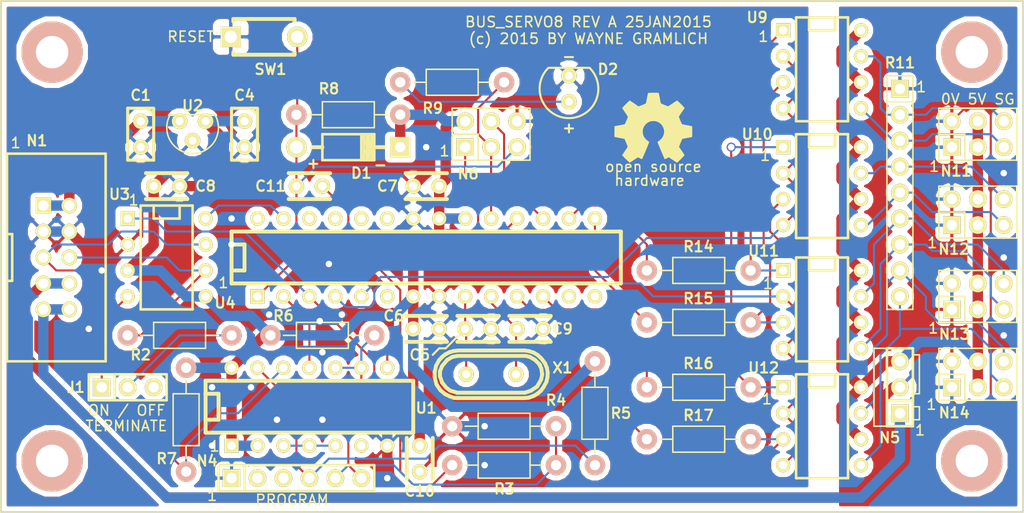
<source format=kicad_pcb>
(kicad_pcb (version 4) (host pcbnew "(2014-jul-16 BZR unknown)-product")
  (layers (0 F.Cu signal) (31 B.Cu signal) (34 B.Paste user) (35 F.Paste user) (36 B.SilkS user) (37 F.SilkS user) (38 B.Mask user) (39 F.Mask user) (44 Edge.Cuts user))
  (net 0 "")
  (net 1 GND)
  (net 2 /Processor/BGND)
  (net 3 +5V)
  (net 4 "Net-(C5-Pad1)")
  (net 5 "Net-(C9-Pad1)")
  (net 6 "Net-(C11-Pad1)")
  (net 7 /Processor/~RESET)
  (net 8 "Net-(D2-Pad+)")
  (net 9 "Net-(J1-Pad1)")
  (net 10 "Net-(J1-Pad2)")
  (net 11 "Net-(N1-Pad6)")
  (net 12 "Net-(N4-Pad4)")
  (net 13 "Net-(N4-Pad5)")
  (net 14 "Net-(N4-Pad6)")
  (net 15 /Processor/B5V)
  (net 16 /Processor/D12)
  (net 17 /Processor/D13)
  (net 18 /Processor/D11)
  (net 19 /Servos_0:7/SERVO6)
  (net 20 /Servos_0:7/SERVO7)
  (net 21 /Servos_0:7/SERVO4)
  (net 22 /Servos_0:7/SERVO5)
  (net 23 /Servos_0:7/SERVO2)
  (net 24 /Servos_0:7/SERVO3)
  (net 25 /Servos_0:7/SERVO0)
  (net 26 /Servos_0:7/SERVO1)
  (net 27 /Processor/TXD)
  (net 28 "Net-(R7-Pad1)")
  (net 29 /Processor/D10)
  (net 30 /Processor/D9)
  (net 31 /Processor/D6)
  (net 32 /Processor/D5)
  (net 33 /Processor/PULSE0)
  (net 34 /Processor/PULSE1)
  (net 35 /Processor/PULSE2)
  (net 36 /Processor/PULSE3)
  (net 37 "Net-(U1-Pad3)")
  (net 38 /Processor/RXD)
  (net 39 /Processor/A4)
  (net 40 /Processor/~SELECT0)
  (net 41 /Processor/~SELECT1)
  (net 42 /Processor/BPWR)
  (net 43 /Processor/LPWR)
  (module Bus_Servo8:Capacitor3MMDiscRM2.5 (layer F.Cu) (at 113.665 113.03 270)
    (fp_text reference C1 (at -3.81 0 360) (layer F.SilkS) (effects (font (size 1.016 1.016) (thickness 0.2032))))
    (fp_text value 1uF hide)
    (pad 1 thru_hole circle (at -1.27 0 270) (size 1.50114 1.50114) (drill 0.8001) (layers *.Cu *.Mask F.SilkS) (net 43 /Processor/LPWR))
    (pad 2 thru_hole circle (at 1.27 0 270) (size 1.50114 1.50114) (drill 0.8001) (layers *.Cu *.Mask F.SilkS) (net 1 GND))
  )
  (module Bus_Servo8:Capacitor3MMDiscRM2.5 (layer F.Cu) (at 123.825 113.03 270)
    (fp_text reference C4 (at -3.81 0 360) (layer F.SilkS) (effects (font (size 1.016 1.016) (thickness 0.2032))))
    (fp_text value 1uF hide)
    (pad 1 thru_hole circle (at -1.27 0 270) (size 1.50114 1.50114) (drill 0.8001) (layers *.Cu *.Mask F.SilkS) (net 3 +5V))
    (pad 2 thru_hole circle (at 1.27 0 270) (size 1.50114 1.50114) (drill 0.8001) (layers *.Cu *.Mask F.SilkS) (net 1 GND))
  )
  (module Bus_Servo8:Capacitor4x3RM2-5_RevB (layer F.Cu) (at 146.685 132.08)
    (fp_text reference C5 (at -5.715 2.54 180) (layer F.SilkS) (effects (font (size 1.016 1.016) (thickness 0.2032))))
    (fp_text value 18pF hide)
    (pad 1 thru_hole circle (at -1.27 0) (size 1.50114 1.50114) (drill 0.8001) (layers *.Cu *.Mask F.SilkS) (net 4 "Net-(C5-Pad1)"))
    (pad 2 thru_hole circle (at 1.27 0) (size 1.50114 1.50114) (drill 0.8001) (layers *.Cu *.Mask F.SilkS) (net 1 GND))
  )
  (module Bus_Servo8:Capacitor4x3RM2-5_RevB (layer F.Cu) (at 141.605 132.08)
    (fp_text reference C6 (at -3.175 -1.27 180) (layer F.SilkS) (effects (font (size 1.016 1.016) (thickness 0.2032))))
    (fp_text value .1uF hide)
    (pad 1 thru_hole circle (at -1.27 0) (size 1.50114 1.50114) (drill 0.8001) (layers *.Cu *.Mask F.SilkS) (net 3 +5V))
    (pad 2 thru_hole circle (at 1.27 0) (size 1.50114 1.50114) (drill 0.8001) (layers *.Cu *.Mask F.SilkS) (net 1 GND))
  )
  (module Bus_Servo8:Capacitor4x3RM2-5_RevB (layer F.Cu) (at 141.605 118.11 180)
    (fp_text reference C7 (at 3.81 0 360) (layer F.SilkS) (effects (font (size 1.016 1.016) (thickness 0.2032))))
    (fp_text value .1uF hide)
    (pad 1 thru_hole circle (at -1.27 0 180) (size 1.50114 1.50114) (drill 0.8001) (layers *.Cu *.Mask F.SilkS) (net 3 +5V))
    (pad 2 thru_hole circle (at 1.27 0 180) (size 1.50114 1.50114) (drill 0.8001) (layers *.Cu *.Mask F.SilkS) (net 1 GND))
  )
  (module Bus_Servo8:Capacitor4x3RM2-5_RevB (layer F.Cu) (at 116.205 118.11)
    (fp_text reference C8 (at 3.81 0 180) (layer F.SilkS) (effects (font (size 1.016 1.016) (thickness 0.2032))))
    (fp_text value .1uF hide)
    (pad 1 thru_hole circle (at -1.27 0) (size 1.50114 1.50114) (drill 0.8001) (layers *.Cu *.Mask F.SilkS) (net 3 +5V))
    (pad 2 thru_hole circle (at 1.27 0) (size 1.50114 1.50114) (drill 0.8001) (layers *.Cu *.Mask F.SilkS) (net 1 GND))
  )
  (module Bus_Servo8:Capacitor4x3RM2-5_RevB (layer F.Cu) (at 151.765 132.08)
    (fp_text reference C9 (at 3.175 0 180) (layer F.SilkS) (effects (font (size 1.016 1.016) (thickness 0.2032))))
    (fp_text value 18pF hide)
    (pad 1 thru_hole circle (at -1.27 0) (size 1.50114 1.50114) (drill 0.8001) (layers *.Cu *.Mask F.SilkS) (net 5 "Net-(C9-Pad1)"))
    (pad 2 thru_hole circle (at 1.27 0) (size 1.50114 1.50114) (drill 0.8001) (layers *.Cu *.Mask F.SilkS) (net 1 GND))
  )
  (module Bus_Servo8:Capacitor4x3RM2-5_RevB (layer F.Cu) (at 140.97 144.78 270)
    (fp_text reference C10 (at 3.175 0 540) (layer F.SilkS) (effects (font (size 1.016 1.016) (thickness 0.2032))))
    (fp_text value .1uF hide)
    (pad 1 thru_hole circle (at -1.27 0 270) (size 1.50114 1.50114) (drill 0.8001) (layers *.Cu *.Mask F.SilkS) (net 3 +5V))
    (pad 2 thru_hole circle (at 1.27 0 270) (size 1.50114 1.50114) (drill 0.8001) (layers *.Cu *.Mask F.SilkS) (net 1 GND))
  )
  (module Bus_Servo8:Capacitor4x3RM2-5_RevB (layer F.Cu) (at 130.175 118.11 180)
    (fp_text reference C11 (at 3.81 0 360) (layer F.SilkS) (effects (font (size 1.016 1.016) (thickness 0.2032))))
    (fp_text value .1uF hide)
    (pad 1 thru_hole circle (at -1.27 0 180) (size 1.50114 1.50114) (drill 0.8001) (layers *.Cu *.Mask F.SilkS) (net 6 "Net-(C11-Pad1)"))
    (pad 2 thru_hole circle (at 1.27 0 180) (size 1.50114 1.50114) (drill 0.8001) (layers *.Cu *.Mask F.SilkS) (net 7 /Processor/~RESET))
  )
  (module Bus_Servo8:Diode_DO-41_SOD81_Horizontal_RM10 (layer F.Cu) (at 133.985 114.3)
    (fp_text reference D1 (at 1.27 2.54) (layer F.SilkS) (effects (font (size 1.016 1.016) (thickness 0.2032))))
    (fp_text value SD101C-TR hide)
    (fp_text user - (at 3.14 1.71) (layer F.SilkS) (effects (font (size 1.016 1.016) (thickness 0.2032))))
    (fp_text user + (at -3.42 1.56) (layer F.SilkS) (effects (font (size 1.016 1.016) (thickness 0.2032))))
    (pad + thru_hole circle (at -5.08 0) (size 1.99898 1.99898) (drill 1.27) (layers *.Cu *.Mask F.SilkS) (net 7 /Processor/~RESET))
    (pad - thru_hole rect (at 5.08 0) (size 1.99898 1.99898) (drill 1.00076) (layers *.Cu *.Mask F.SilkS) (net 3 +5V))
  )
  (module Bus_Servo8:T1_LED (layer F.Cu) (at 155.575 108.585 180)
    (fp_text reference D2 (at -3.81 1.905 180) (layer F.SilkS) (effects (font (size 1.016 1.016) (thickness 0.2032))))
    (fp_text value LED hide)
    (fp_text user - (at 0 3.175 180) (layer F.SilkS) (effects (font (size 1.016 1.016) (thickness 0.2032))))
    (fp_text user + (at 0 -3.81 180) (layer F.SilkS) (effects (font (size 1.016 1.016) (thickness 0.2032))))
    (pad + thru_hole circle (at 0 -1.27 180) (size 1.524 1.524) (drill 0.762) (layers *.Cu *.Mask F.SilkS) (net 8 "Net-(D2-Pad+)"))
    (pad - thru_hole circle (at 0 1.27 180) (size 1.524 1.524) (drill 0.762) (layers *.Cu *.Mask F.SilkS) (net 1 GND))
  )
  (module Bus_Servo8:OSHW_LOGO_300mil (layer F.Cu) (at 163.83 112.395)
    (fp_text reference G1 hide)
    (fp_text value OSHW_LOGO hide)
  )
  (module Bus_Servo8:MountingHole_3mm (layer F.Cu) (at 105 105)
    (fp_text reference H1 (at 0 0) (layer F.SilkS) (effects (font (size 1.016 1.016) (thickness 0.2032))))
    (fp_text value 3MM_HOLE hide)
    (pad 1 thru_hole circle (at 0 0) (size 6 6) (drill 3.175) (layers *.Cu *.SilkS *.Mask))
  )
  (module Bus_Servo8:MountingHole_3mm (layer F.Cu) (at 195 105)
    (fp_text reference H2 (at 0 0) (layer F.SilkS) (effects (font (size 1.016 1.016) (thickness 0.2032))))
    (fp_text value 3MM_HOLE hide)
    (pad 1 thru_hole circle (at 0 0) (size 6 6) (drill 3.175) (layers *.Cu *.SilkS *.Mask))
  )
  (module Bus_Servo8:MountingHole_3mm (layer F.Cu) (at 105 145)
    (fp_text reference H3 (at 0 0) (layer F.SilkS) (effects (font (size 1.016 1.016) (thickness 0.2032))))
    (fp_text value 3MM_HOLE hide)
    (pad 1 thru_hole circle (at 0 0) (size 6 6) (drill 3.175) (layers *.Cu *.SilkS *.Mask))
  )
  (module Bus_Servo8:MountingHole_3mm (layer F.Cu) (at 195 145)
    (fp_text reference H4 (at 0 0) (layer F.SilkS) (effects (font (size 1.016 1.016) (thickness 0.2032))))
    (fp_text value 3MM_HOLE hide)
    (pad 1 thru_hole circle (at 0 0) (size 6 6) (drill 3.175) (layers *.Cu *.SilkS *.Mask))
  )
  (module Bus_Servo8:Pin_Header_Straight_1x03 (layer F.Cu) (at 112.395 137.795)
    (fp_text reference J1 (at -5.08 0) (layer F.SilkS) (effects (font (size 1.016 1.016) (thickness 0.2032))))
    (fp_text value TERMINATE_JUMPER hide)
    (pad 1 thru_hole rect (at -2.54 0) (size 1.7272 1.7272) (drill 1.016) (layers *.Cu *.Mask F.SilkS) (net 9 "Net-(J1-Pad1)"))
    (pad 2 thru_hole circle (at 0 0) (size 1.7272 1.7272) (drill 1.016) (layers *.Cu *.Mask F.SilkS) (net 10 "Net-(J1-Pad2)"))
    (pad 3 thru_hole circle (at 2.54 0) (size 1.7272 1.7272) (drill 1.016) (layers *.Cu *.Mask F.SilkS))
  )
  (module Bus_Servo8:Pin_Header_Straight_2x05_Shrouded (layer F.Cu) (at 105.41 125.095 270)
    (fp_text reference N1 (at -11.43 1.905 360) (layer F.SilkS) (effects (font (size 1.016 1.016) (thickness 0.2032))))
    (fp_text value BUS_SLAVE_HEADER hide)
    (pad 1 thru_hole rect (at -5.08 1.27 270) (size 1.524 1.524) (drill 1.016) (layers *.Cu *.Mask F.SilkS) (net 43 /Processor/LPWR))
    (pad 2 thru_hole circle (at -5.08 -1.27 270) (size 1.524 1.524) (drill 1.016) (layers *.Cu *.Mask F.SilkS) (net 43 /Processor/LPWR))
    (pad 3 thru_hole circle (at -2.54 1.27 270) (size 1.524 1.524) (drill 1.016) (layers *.Cu *.Mask F.SilkS) (net 1 GND))
    (pad 4 thru_hole circle (at -2.54 -1.27 270) (size 1.524 1.524) (drill 1.016) (layers *.Cu *.Mask F.SilkS) (net 1 GND))
    (pad 5 thru_hole circle (at 0 1.27 270) (size 1.524 1.524) (drill 1.016) (layers *.Cu *.Mask F.SilkS) (net 9 "Net-(J1-Pad1)"))
    (pad 6 thru_hole circle (at 0 -1.27 270) (size 1.524 1.524) (drill 1.016) (layers *.Cu *.Mask F.SilkS) (net 11 "Net-(N1-Pad6)"))
    (pad 7 thru_hole circle (at 2.54 1.27 270) (size 1.524 1.524) (drill 1.016) (layers *.Cu *.Mask F.SilkS) (net 2 /Processor/BGND))
    (pad 8 thru_hole circle (at 2.54 -1.27 270) (size 1.524 1.524) (drill 1.016) (layers *.Cu *.Mask F.SilkS) (net 2 /Processor/BGND))
    (pad 9 thru_hole circle (at 5.08 1.27 270) (size 1.524 1.524) (drill 1.016) (layers *.Cu *.Mask F.SilkS) (net 42 /Processor/BPWR))
    (pad 10 thru_hole circle (at 5.08 -1.27 270) (size 1.524 1.524) (drill 1.016) (layers *.Cu *.Mask F.SilkS) (net 42 /Processor/BPWR))
  )
  (module Bus_Servo8:Pin_Header_Straight_1x06 (layer F.Cu) (at 128.905 146.685)
    (fp_text reference N4 (at -8.74776 -1.6891) (layer F.SilkS) (effects (font (size 1.016 1.016) (thickness 0.2032))))
    (fp_text value FTDI_HEADER hide)
    (pad 1 thru_hole rect (at -6.35 0) (size 1.7272 1.7272) (drill 1.016) (layers *.Cu *.Mask F.SilkS) (net 1 GND))
    (pad 2 thru_hole circle (at -3.81 0) (size 1.7272 1.7272) (drill 1.016) (layers *.Cu *.Mask F.SilkS))
    (pad 3 thru_hole circle (at -1.27 0) (size 1.7272 1.7272) (drill 1.016) (layers *.Cu *.Mask F.SilkS))
    (pad 4 thru_hole circle (at 1.27 0) (size 1.7272 1.7272) (drill 1.016) (layers *.Cu *.Mask F.SilkS) (net 12 "Net-(N4-Pad4)"))
    (pad 5 thru_hole circle (at 3.81 0) (size 1.7272 1.7272) (drill 1.016) (layers *.Cu *.Mask F.SilkS) (net 13 "Net-(N4-Pad5)"))
    (pad 6 thru_hole circle (at 6.35 0) (size 1.7272 1.7272) (drill 1.016) (layers *.Cu *.Mask F.SilkS) (net 14 "Net-(N4-Pad6)"))
  )
  (module Bus_Servo8:Pin_Header_Straight_2x03 (layer F.Cu) (at 147.955 113.03)
    (fp_text reference N6 (at -2.2479 3.8735) (layer F.SilkS) (effects (font (size 1.016 1.016) (thickness 0.2032))))
    (fp_text value AVR_ISP_HEADER hide)
    (pad 1 thru_hole rect (at -2.54 1.27) (size 1.7272 1.7272) (drill 1.016) (layers *.Cu *.Mask F.SilkS) (net 16 /Processor/D12))
    (pad 2 thru_hole oval (at -2.54 -1.27) (size 1.7272 1.7272) (drill 1.016) (layers *.Cu *.Mask F.SilkS) (net 3 +5V))
    (pad 3 thru_hole oval (at 0 1.27) (size 1.7272 1.7272) (drill 1.016) (layers *.Cu *.Mask F.SilkS) (net 17 /Processor/D13))
    (pad 4 thru_hole oval (at 0 -1.27) (size 1.7272 1.7272) (drill 1.016) (layers *.Cu *.Mask F.SilkS) (net 18 /Processor/D11))
    (pad 5 thru_hole oval (at 2.54 1.27) (size 1.7272 1.7272) (drill 1.016) (layers *.Cu *.Mask F.SilkS) (net 7 /Processor/~RESET))
    (pad 6 thru_hole oval (at 2.54 -1.27) (size 1.7272 1.7272) (drill 1.016) (layers *.Cu *.Mask F.SilkS) (net 1 GND))
  )
  (module Bus_Servo8:Pin_Header_Straight_2x03 (layer F.Cu) (at 195.58 113.03)
    (fp_text reference N11 (at -2.1336 3.6068) (layer F.SilkS) (effects (font (size 1.016 1.016) (thickness 0.2032))))
    (fp_text value SRV_HDR2 hide)
    (pad 1 thru_hole rect (at -2.54 1.27) (size 1.7272 1.7272) (drill 1.016) (layers *.Cu *.Mask F.SilkS) (net 2 /Processor/BGND))
    (pad 2 thru_hole oval (at -2.54 -1.27) (size 1.7272 1.7272) (drill 1.016) (layers *.Cu *.Mask F.SilkS) (net 2 /Processor/BGND))
    (pad 3 thru_hole oval (at 0 1.27) (size 1.7272 1.7272) (drill 1.016) (layers *.Cu *.Mask F.SilkS) (net 15 /Processor/B5V))
    (pad 4 thru_hole oval (at 0 -1.27) (size 1.7272 1.7272) (drill 1.016) (layers *.Cu *.Mask F.SilkS) (net 15 /Processor/B5V))
    (pad 5 thru_hole oval (at 2.54 1.27) (size 1.7272 1.7272) (drill 1.016) (layers *.Cu *.Mask F.SilkS) (net 19 /Servos_0:7/SERVO6))
    (pad 6 thru_hole oval (at 2.54 -1.27) (size 1.7272 1.7272) (drill 1.016) (layers *.Cu *.Mask F.SilkS) (net 20 /Servos_0:7/SERVO7))
  )
  (module Bus_Servo8:Pin_Header_Straight_2x03 (layer F.Cu) (at 195.58 120.65)
    (fp_text reference N12 (at -2.34696 3.62712) (layer F.SilkS) (effects (font (size 1.016 1.016) (thickness 0.2032))))
    (fp_text value SRV_HDR2 hide)
    (pad 1 thru_hole rect (at -2.54 1.27) (size 1.7272 1.7272) (drill 1.016) (layers *.Cu *.Mask F.SilkS) (net 2 /Processor/BGND))
    (pad 2 thru_hole oval (at -2.54 -1.27) (size 1.7272 1.7272) (drill 1.016) (layers *.Cu *.Mask F.SilkS) (net 2 /Processor/BGND))
    (pad 3 thru_hole oval (at 0 1.27) (size 1.7272 1.7272) (drill 1.016) (layers *.Cu *.Mask F.SilkS) (net 15 /Processor/B5V))
    (pad 4 thru_hole oval (at 0 -1.27) (size 1.7272 1.7272) (drill 1.016) (layers *.Cu *.Mask F.SilkS) (net 15 /Processor/B5V))
    (pad 5 thru_hole oval (at 2.54 1.27) (size 1.7272 1.7272) (drill 1.016) (layers *.Cu *.Mask F.SilkS) (net 21 /Servos_0:7/SERVO4))
    (pad 6 thru_hole oval (at 2.54 -1.27) (size 1.7272 1.7272) (drill 1.016) (layers *.Cu *.Mask F.SilkS) (net 22 /Servos_0:7/SERVO5))
  )
  (module Bus_Servo8:Pin_Header_Straight_2x03 (layer F.Cu) (at 195.58 128.905)
    (fp_text reference N13 (at -2.29108 3.69824) (layer F.SilkS) (effects (font (size 1.016 1.016) (thickness 0.2032))))
    (fp_text value SRV_HDR2 hide)
    (pad 1 thru_hole rect (at -2.54 1.27) (size 1.7272 1.7272) (drill 1.016) (layers *.Cu *.Mask F.SilkS) (net 2 /Processor/BGND))
    (pad 2 thru_hole oval (at -2.54 -1.27) (size 1.7272 1.7272) (drill 1.016) (layers *.Cu *.Mask F.SilkS) (net 2 /Processor/BGND))
    (pad 3 thru_hole oval (at 0 1.27) (size 1.7272 1.7272) (drill 1.016) (layers *.Cu *.Mask F.SilkS) (net 15 /Processor/B5V))
    (pad 4 thru_hole oval (at 0 -1.27) (size 1.7272 1.7272) (drill 1.016) (layers *.Cu *.Mask F.SilkS) (net 15 /Processor/B5V))
    (pad 5 thru_hole oval (at 2.54 1.27) (size 1.7272 1.7272) (drill 1.016) (layers *.Cu *.Mask F.SilkS) (net 23 /Servos_0:7/SERVO2))
    (pad 6 thru_hole oval (at 2.54 -1.27) (size 1.7272 1.7272) (drill 1.016) (layers *.Cu *.Mask F.SilkS) (net 24 /Servos_0:7/SERVO3))
  )
  (module Bus_Servo8:Pin_Header_Straight_2x03 (layer F.Cu) (at 195.58 136.525)
    (fp_text reference N14 (at -2.3114 3.7592) (layer F.SilkS) (effects (font (size 1.016 1.016) (thickness 0.2032))))
    (fp_text value SRV_HDR2 hide)
    (pad 1 thru_hole rect (at -2.54 1.27) (size 1.7272 1.7272) (drill 1.016) (layers *.Cu *.Mask F.SilkS) (net 2 /Processor/BGND))
    (pad 2 thru_hole oval (at -2.54 -1.27) (size 1.7272 1.7272) (drill 1.016) (layers *.Cu *.Mask F.SilkS) (net 2 /Processor/BGND))
    (pad 3 thru_hole oval (at 0 1.27) (size 1.7272 1.7272) (drill 1.016) (layers *.Cu *.Mask F.SilkS) (net 15 /Processor/B5V))
    (pad 4 thru_hole oval (at 0 -1.27) (size 1.7272 1.7272) (drill 1.016) (layers *.Cu *.Mask F.SilkS) (net 15 /Processor/B5V))
    (pad 5 thru_hole oval (at 2.54 1.27) (size 1.7272 1.7272) (drill 1.016) (layers *.Cu *.Mask F.SilkS) (net 25 /Servos_0:7/SERVO0))
    (pad 6 thru_hole oval (at 2.54 -1.27) (size 1.7272 1.7272) (drill 1.016) (layers *.Cu *.Mask F.SilkS) (net 26 /Servos_0:7/SERVO1))
  )
  (module Bus_Servo8:Resistor_Horizontal_400 (layer F.Cu) (at 117.475 132.715)
    (fp_text reference R2 (at -3.81 1.905) (layer F.SilkS) (effects (font (size 1.016 1.016) (thickness 0.2032))))
    (fp_text value 120 hide)
    (pad 1 thru_hole circle (at -5.08 0) (size 1.99898 1.99898) (drill 1.00076) (layers *.Cu *.SilkS *.Mask) (net 11 "Net-(N1-Pad6)"))
    (pad 2 thru_hole circle (at 5.08 0) (size 1.99898 1.99898) (drill 1.00076) (layers *.Cu *.SilkS *.Mask) (net 10 "Net-(J1-Pad2)"))
  )
  (module Bus_Servo8:Resistor_Horizontal_400 (layer F.Cu) (at 149.225 145.415 180)
    (fp_text reference R3 (at -0.03 -2.33 180) (layer F.SilkS) (effects (font (size 1.016 1.016) (thickness 0.2032))))
    (fp_text value 22K hide)
    (pad 1 thru_hole circle (at -5.08 0 180) (size 1.99898 1.99898) (drill 1.00076) (layers *.Cu *.SilkS *.Mask) (net 13 "Net-(N4-Pad5)"))
    (pad 2 thru_hole circle (at 5.08 0 180) (size 1.99898 1.99898) (drill 1.00076) (layers *.Cu *.SilkS *.Mask) (net 27 /Processor/TXD))
  )
  (module Bus_Servo8:Resistor_Horizontal_400 (layer F.Cu) (at 149.225 141.605)
    (fp_text reference R4 (at 5.08 -2.54) (layer F.SilkS) (effects (font (size 1.016 1.016) (thickness 0.2032))))
    (fp_text value 33K hide)
    (pad 1 thru_hole circle (at -5.08 0) (size 1.99898 1.99898) (drill 1.00076) (layers *.Cu *.SilkS *.Mask) (net 1 GND))
    (pad 2 thru_hole circle (at 5.08 0) (size 1.99898 1.99898) (drill 1.00076) (layers *.Cu *.SilkS *.Mask) (net 13 "Net-(N4-Pad5)"))
  )
  (module Bus_Servo8:Resistor_Horizontal_400 (layer F.Cu) (at 158.115 140.335 90)
    (fp_text reference R5 (at 0 2.54 180) (layer F.SilkS) (effects (font (size 1.016 1.016) (thickness 0.2032))))
    (fp_text value 100K hide)
    (pad 1 thru_hole circle (at -5.08 0 90) (size 1.99898 1.99898) (drill 1.00076) (layers *.Cu *.SilkS *.Mask) (net 12 "Net-(N4-Pad4)"))
    (pad 2 thru_hole circle (at 5.08 0 90) (size 1.99898 1.99898) (drill 1.00076) (layers *.Cu *.SilkS *.Mask) (net 3 +5V))
  )
  (module Bus_Servo8:Resistor_Horizontal_400 (layer F.Cu) (at 131.445 132.715 180)
    (fp_text reference R6 (at 3.81 1.905 180) (layer F.SilkS) (effects (font (size 1.016 1.016) (thickness 0.2032))))
    (fp_text value 100K hide)
    (pad 1 thru_hole circle (at -5.08 0 180) (size 1.99898 1.99898) (drill 1.00076) (layers *.Cu *.SilkS *.Mask) (net 14 "Net-(N4-Pad6)"))
    (pad 2 thru_hole circle (at 5.08 0 180) (size 1.99898 1.99898) (drill 1.00076) (layers *.Cu *.SilkS *.Mask) (net 3 +5V))
  )
  (module Bus_Servo8:Resistor_Horizontal_400 (layer F.Cu) (at 118.11 140.97 90)
    (fp_text reference R7 (at -3.81 -1.905 180) (layer F.SilkS) (effects (font (size 1.016 1.016) (thickness 0.2032))))
    (fp_text value 100K hide)
    (pad 1 thru_hole circle (at -5.08 0 90) (size 1.99898 1.99898) (drill 1.00076) (layers *.Cu *.SilkS *.Mask) (net 28 "Net-(R7-Pad1)"))
    (pad 2 thru_hole circle (at 5.08 0 90) (size 1.99898 1.99898) (drill 1.00076) (layers *.Cu *.SilkS *.Mask) (net 3 +5V))
  )
  (module Bus_Servo8:Resistor_Horizontal_400 (layer F.Cu) (at 133.985 111.125)
    (fp_text reference R8 (at -1.905 -2.54) (layer F.SilkS) (effects (font (size 1.016 1.016) (thickness 0.2032))))
    (fp_text value 10K hide)
    (pad 1 thru_hole circle (at -5.08 0) (size 1.99898 1.99898) (drill 1.00076) (layers *.Cu *.SilkS *.Mask) (net 7 /Processor/~RESET))
    (pad 2 thru_hole circle (at 5.08 0) (size 1.99898 1.99898) (drill 1.00076) (layers *.Cu *.SilkS *.Mask) (net 3 +5V))
  )
  (module Bus_Servo8:Pin_Header_Straight_1x09 (layer F.Cu) (at 187.96 118.745 270)
    (fp_text reference R11 (at -12.7 0 360) (layer F.SilkS) (effects (font (size 1.016 1.016) (thickness 0.2032))))
    (fp_text value 10Kx8 hide)
    (pad 1 thru_hole rect (at -10.16 0 270) (size 1.7272 1.7272) (drill 1.016) (layers *.Cu *.Mask F.SilkS) (net 2 /Processor/BGND))
    (pad 2 thru_hole circle (at -7.62 0 270) (size 1.7272 1.7272) (drill 1.016) (layers *.Cu *.Mask F.SilkS) (net 20 /Servos_0:7/SERVO7))
    (pad 3 thru_hole circle (at -5.08 0 270) (size 1.7272 1.7272) (drill 1.016) (layers *.Cu *.Mask F.SilkS) (net 19 /Servos_0:7/SERVO6))
    (pad 4 thru_hole circle (at -2.54 0 270) (size 1.7272 1.7272) (drill 1.016) (layers *.Cu *.Mask F.SilkS) (net 22 /Servos_0:7/SERVO5))
    (pad 5 thru_hole circle (at 0 0 270) (size 1.7272 1.7272) (drill 1.016) (layers *.Cu *.Mask F.SilkS) (net 21 /Servos_0:7/SERVO4))
    (pad 6 thru_hole circle (at 2.54 0 270) (size 1.7272 1.7272) (drill 1.016) (layers *.Cu *.Mask F.SilkS) (net 24 /Servos_0:7/SERVO3))
    (pad 7 thru_hole circle (at 5.08 0 270) (size 1.7272 1.7272) (drill 1.016) (layers *.Cu *.Mask F.SilkS) (net 23 /Servos_0:7/SERVO2))
    (pad 8 thru_hole circle (at 7.62 0 270) (size 1.7272 1.7272) (drill 1.016) (layers *.Cu *.Mask F.SilkS) (net 26 /Servos_0:7/SERVO1))
    (pad 9 thru_hole circle (at 10.16 0 270) (size 1.7272 1.7272) (drill 1.016) (layers *.Cu *.Mask F.SilkS) (net 25 /Servos_0:7/SERVO0))
  )
  (module Bus_Servo8:Button_6.5MM (layer F.Cu) (at 125.73 103.505)
    (fp_text reference SW1 (at 0.635 3.175) (layer F.SilkS) (effects (font (size 1.016 1.016) (thickness 0.2032))))
    (fp_text value MJTP1243 hide)
    (pad 1 thru_hole rect (at -3.2512 0) (size 1.99898 1.99898) (drill 1.19888) (layers *.Cu *.Mask F.SilkS) (net 1 GND))
    (pad 2 thru_hole circle (at 3.2512 0) (size 1.99898 1.99898) (drill 1.19888) (layers *.Cu *.Mask F.SilkS) (net 7 /Processor/~RESET))
  )
  (module Bus_Servo8:DIP-14__300 (layer F.Cu) (at 130.175 139.7)
    (fp_text reference U1 (at 11.43 0.127) (layer F.SilkS) (effects (font (size 1.016 1.016) (thickness 0.2032))))
    (fp_text value 74HCT08 hide)
    (pad 1 thru_hole rect (at -7.62 3.81) (size 1.397 1.397) (drill 0.8128) (layers *.Cu *.Mask F.SilkS) (net 3 +5V))
    (pad 2 thru_hole circle (at -5.08 3.81) (size 1.397 1.397) (drill 0.8128) (layers *.Cu *.Mask F.SilkS) (net 3 +5V))
    (pad 3 thru_hole circle (at -2.54 3.81) (size 1.397 1.397) (drill 0.8128) (layers *.Cu *.Mask F.SilkS) (net 37 "Net-(U1-Pad3)"))
    (pad 4 thru_hole circle (at 0 3.81) (size 1.397 1.397) (drill 0.8128) (layers *.Cu *.Mask F.SilkS) (net 37 "Net-(U1-Pad3)"))
    (pad 5 thru_hole circle (at 2.54 3.81) (size 1.397 1.397) (drill 0.8128) (layers *.Cu *.Mask F.SilkS) (net 37 "Net-(U1-Pad3)"))
    (pad 6 thru_hole circle (at 5.08 3.81) (size 1.397 1.397) (drill 0.8128) (layers *.Cu *.Mask F.SilkS))
    (pad 7 thru_hole circle (at 7.62 3.81) (size 1.397 1.397) (drill 0.8128) (layers *.Cu *.Mask F.SilkS) (net 1 GND))
    (pad 8 thru_hole circle (at 7.62 -3.81) (size 1.397 1.397) (drill 0.8128) (layers *.Cu *.Mask F.SilkS) (net 6 "Net-(C11-Pad1)"))
    (pad 9 thru_hole circle (at 5.08 -3.81) (size 1.397 1.397) (drill 0.8128) (layers *.Cu *.Mask F.SilkS) (net 14 "Net-(N4-Pad6)"))
    (pad 10 thru_hole circle (at 2.54 -3.81) (size 1.397 1.397) (drill 0.8128) (layers *.Cu *.Mask F.SilkS) (net 14 "Net-(N4-Pad6)"))
    (pad 11 thru_hole circle (at 0 -3.81) (size 1.397 1.397) (drill 0.8128) (layers *.Cu *.Mask F.SilkS) (net 38 /Processor/RXD))
    (pad 12 thru_hole circle (at -2.54 -3.81) (size 1.397 1.397) (drill 0.8128) (layers *.Cu *.Mask F.SilkS) (net 28 "Net-(R7-Pad1)"))
    (pad 13 thru_hole circle (at -5.08 -3.81) (size 1.397 1.397) (drill 0.8128) (layers *.Cu *.Mask F.SilkS) (net 12 "Net-(N4-Pad4)"))
    (pad 14 thru_hole circle (at -7.62 -3.81) (size 1.397 1.397) (drill 0.8128) (layers *.Cu *.Mask F.SilkS) (net 3 +5V))
  )
  (module Bus_Servo8:DIP-8__300 (layer F.Cu) (at 116.205 125.095 270)
    (fp_text reference U3 (at -6.1849 4.6101 360) (layer F.SilkS) (effects (font (size 1.016 1.016) (thickness 0.2032))))
    (fp_text value MCP2562 hide)
    (pad 1 thru_hole rect (at -3.81 3.81 270) (size 1.397 1.397) (drill 0.8128) (layers *.Cu *.Mask F.SilkS) (net 27 /Processor/TXD))
    (pad 2 thru_hole circle (at -1.27 3.81 270) (size 1.397 1.397) (drill 0.8128) (layers *.Cu *.Mask F.SilkS) (net 1 GND))
    (pad 3 thru_hole circle (at 1.27 3.81 270) (size 1.397 1.397) (drill 0.8128) (layers *.Cu *.Mask F.SilkS) (net 3 +5V))
    (pad 4 thru_hole circle (at 3.81 3.81 270) (size 1.397 1.397) (drill 0.8128) (layers *.Cu *.Mask F.SilkS) (net 28 "Net-(R7-Pad1)"))
    (pad 5 thru_hole circle (at 3.81 -3.81 270) (size 1.397 1.397) (drill 0.8128) (layers *.Cu *.Mask F.SilkS) (net 3 +5V))
    (pad 6 thru_hole circle (at 1.27 -3.81 270) (size 1.397 1.397) (drill 0.8128) (layers *.Cu *.Mask F.SilkS) (net 11 "Net-(N1-Pad6)"))
    (pad 7 thru_hole circle (at -1.27 -3.81 270) (size 1.397 1.397) (drill 0.8128) (layers *.Cu *.Mask F.SilkS) (net 9 "Net-(J1-Pad1)"))
    (pad 8 thru_hole circle (at -3.81 -3.81 270) (size 1.397 1.397) (drill 0.8128) (layers *.Cu *.Mask F.SilkS) (net 39 /Processor/A4))
  )
  (module Bus_Servo8:DIP-28__300 (layer F.Cu) (at 141.605 125.095)
    (fp_text reference U4 (at -19.685 4.445 180) (layer F.SilkS) (effects (font (size 1.016 1.016) (thickness 0.2032))))
    (fp_text value ATMEGA328_DIP28 hide)
    (pad 2 thru_hole circle (at -13.97 3.81) (size 1.397 1.397) (drill 0.8128) (layers *.Cu *.Mask F.SilkS) (net 38 /Processor/RXD))
    (pad 3 thru_hole circle (at -11.43 3.81) (size 1.397 1.397) (drill 0.8128) (layers *.Cu *.Mask F.SilkS) (net 27 /Processor/TXD))
    (pad 4 thru_hole circle (at -8.89 3.81) (size 1.397 1.397) (drill 0.8128) (layers *.Cu *.Mask F.SilkS) (net 40 /Processor/~SELECT0))
    (pad 5 thru_hole circle (at -6.35 3.81) (size 1.397 1.397) (drill 0.8128) (layers *.Cu *.Mask F.SilkS) (net 41 /Processor/~SELECT1))
    (pad 6 thru_hole circle (at -3.81 3.81) (size 1.397 1.397) (drill 0.8128) (layers *.Cu *.Mask F.SilkS))
    (pad 7 thru_hole circle (at -1.27 3.81) (size 1.397 1.397) (drill 0.8128) (layers *.Cu *.Mask F.SilkS) (net 3 +5V))
    (pad 8 thru_hole circle (at 1.27 3.81) (size 1.397 1.397) (drill 0.8128) (layers *.Cu *.Mask F.SilkS) (net 1 GND))
    (pad 9 thru_hole circle (at 3.81 3.81) (size 1.397 1.397) (drill 0.8128) (layers *.Cu *.Mask F.SilkS) (net 4 "Net-(C5-Pad1)"))
    (pad 10 thru_hole circle (at 6.35 3.81) (size 1.397 1.397) (drill 0.8128) (layers *.Cu *.Mask F.SilkS) (net 5 "Net-(C9-Pad1)"))
    (pad 11 thru_hole circle (at 8.89 3.81) (size 1.397 1.397) (drill 0.8128) (layers *.Cu *.Mask F.SilkS) (net 32 /Processor/D5))
    (pad 12 thru_hole circle (at 11.43 3.81) (size 1.397 1.397) (drill 0.8128) (layers *.Cu *.Mask F.SilkS) (net 31 /Processor/D6))
    (pad 13 thru_hole circle (at 13.97 3.81) (size 1.397 1.397) (drill 0.8128) (layers *.Cu *.Mask F.SilkS))
    (pad 14 thru_hole circle (at 16.51 3.81) (size 1.397 1.397) (drill 0.8128) (layers *.Cu *.Mask F.SilkS))
    (pad 1 thru_hole rect (at -16.51 3.81) (size 1.397 1.397) (drill 0.8128) (layers *.Cu *.Mask F.SilkS) (net 7 /Processor/~RESET))
    (pad 15 thru_hole circle (at 16.51 -3.81) (size 1.397 1.397) (drill 0.8128) (layers *.Cu *.Mask F.SilkS) (net 30 /Processor/D9))
    (pad 16 thru_hole circle (at 13.97 -3.81) (size 1.397 1.397) (drill 0.8128) (layers *.Cu *.Mask F.SilkS) (net 29 /Processor/D10))
    (pad 17 thru_hole circle (at 11.43 -3.81) (size 1.397 1.397) (drill 0.8128) (layers *.Cu *.Mask F.SilkS) (net 18 /Processor/D11))
    (pad 18 thru_hole circle (at 8.89 -3.81) (size 1.397 1.397) (drill 0.8128) (layers *.Cu *.Mask F.SilkS) (net 16 /Processor/D12))
    (pad 19 thru_hole circle (at 6.35 -3.81) (size 1.397 1.397) (drill 0.8128) (layers *.Cu *.Mask F.SilkS) (net 17 /Processor/D13))
    (pad 20 thru_hole circle (at 3.81 -3.81) (size 1.397 1.397) (drill 0.8128) (layers *.Cu *.Mask F.SilkS) (net 3 +5V))
    (pad 21 thru_hole circle (at 1.27 -3.81) (size 1.397 1.397) (drill 0.8128) (layers *.Cu *.Mask F.SilkS) (net 3 +5V))
    (pad 22 thru_hole circle (at -1.27 -3.81) (size 1.397 1.397) (drill 0.8128) (layers *.Cu *.Mask F.SilkS) (net 1 GND))
    (pad 23 thru_hole circle (at -3.81 -3.81) (size 1.397 1.397) (drill 0.8128) (layers *.Cu *.Mask F.SilkS))
    (pad 24 thru_hole circle (at -6.35 -3.81) (size 1.397 1.397) (drill 0.8128) (layers *.Cu *.Mask F.SilkS))
    (pad 25 thru_hole circle (at -8.89 -3.81) (size 1.397 1.397) (drill 0.8128) (layers *.Cu *.Mask F.SilkS))
    (pad 26 thru_hole circle (at -11.43 -3.81) (size 1.397 1.397) (drill 0.8128) (layers *.Cu *.Mask F.SilkS))
    (pad 27 thru_hole circle (at -13.97 -3.81) (size 1.397 1.397) (drill 0.8128) (layers *.Cu *.Mask F.SilkS) (net 39 /Processor/A4))
    (pad 28 thru_hole circle (at -16.51 -3.81) (size 1.397 1.397) (drill 0.8128) (layers *.Cu *.Mask F.SilkS))
  )
  (module Bus_Servo8:DIP-8__300 (layer F.Cu) (at 180.34 106.68 270)
    (fp_text reference U9 (at -5.08 6.35 360) (layer F.SilkS) (effects (font (size 1.016 1.016) (thickness 0.2032))))
    (fp_text value LTV-826 hide)
    (pad 1 thru_hole rect (at -3.81 3.81 270) (size 1.397 1.397) (drill 0.8128) (layers *.Cu *.Mask F.SilkS) (net 36 /Processor/PULSE3))
    (pad 2 thru_hole circle (at -1.27 3.81 270) (size 1.397 1.397) (drill 0.8128) (layers *.Cu *.Mask F.SilkS) (net 41 /Processor/~SELECT1))
    (pad 3 thru_hole circle (at 1.27 3.81 270) (size 1.397 1.397) (drill 0.8128) (layers *.Cu *.Mask F.SilkS) (net 35 /Processor/PULSE2))
    (pad 4 thru_hole circle (at 3.81 3.81 270) (size 1.397 1.397) (drill 0.8128) (layers *.Cu *.Mask F.SilkS) (net 41 /Processor/~SELECT1))
    (pad 5 thru_hole circle (at 3.81 -3.81 270) (size 1.397 1.397) (drill 0.8128) (layers *.Cu *.Mask F.SilkS) (net 19 /Servos_0:7/SERVO6))
    (pad 6 thru_hole circle (at 1.27 -3.81 270) (size 1.397 1.397) (drill 0.8128) (layers *.Cu *.Mask F.SilkS) (net 15 /Processor/B5V))
    (pad 7 thru_hole circle (at -1.27 -3.81 270) (size 1.397 1.397) (drill 0.8128) (layers *.Cu *.Mask F.SilkS) (net 20 /Servos_0:7/SERVO7))
    (pad 8 thru_hole circle (at -3.81 -3.81 270) (size 1.397 1.397) (drill 0.8128) (layers *.Cu *.Mask F.SilkS) (net 15 /Processor/B5V))
  )
  (module Bus_Servo8:DIP-8__300 (layer F.Cu) (at 180.34 118.11 270)
    (fp_text reference U10 (at -5.08 6.35 360) (layer F.SilkS) (effects (font (size 1.016 1.016) (thickness 0.2032))))
    (fp_text value LTV-826 hide)
    (pad 1 thru_hole rect (at -3.81 3.81 270) (size 1.397 1.397) (drill 0.8128) (layers *.Cu *.Mask F.SilkS) (net 34 /Processor/PULSE1))
    (pad 2 thru_hole circle (at -1.27 3.81 270) (size 1.397 1.397) (drill 0.8128) (layers *.Cu *.Mask F.SilkS) (net 41 /Processor/~SELECT1))
    (pad 3 thru_hole circle (at 1.27 3.81 270) (size 1.397 1.397) (drill 0.8128) (layers *.Cu *.Mask F.SilkS) (net 33 /Processor/PULSE0))
    (pad 4 thru_hole circle (at 3.81 3.81 270) (size 1.397 1.397) (drill 0.8128) (layers *.Cu *.Mask F.SilkS) (net 41 /Processor/~SELECT1))
    (pad 5 thru_hole circle (at 3.81 -3.81 270) (size 1.397 1.397) (drill 0.8128) (layers *.Cu *.Mask F.SilkS) (net 21 /Servos_0:7/SERVO4))
    (pad 6 thru_hole circle (at 1.27 -3.81 270) (size 1.397 1.397) (drill 0.8128) (layers *.Cu *.Mask F.SilkS) (net 15 /Processor/B5V))
    (pad 7 thru_hole circle (at -1.27 -3.81 270) (size 1.397 1.397) (drill 0.8128) (layers *.Cu *.Mask F.SilkS) (net 22 /Servos_0:7/SERVO5))
    (pad 8 thru_hole circle (at -3.81 -3.81 270) (size 1.397 1.397) (drill 0.8128) (layers *.Cu *.Mask F.SilkS) (net 15 /Processor/B5V))
  )
  (module Bus_Servo8:DIP-8__300 (layer F.Cu) (at 180.34 130.175 270)
    (fp_text reference U11 (at -5.715 5.715 360) (layer F.SilkS) (effects (font (size 1.016 1.016) (thickness 0.2032))))
    (fp_text value LTV-826 hide)
    (pad 1 thru_hole rect (at -3.81 3.81 270) (size 1.397 1.397) (drill 0.8128) (layers *.Cu *.Mask F.SilkS) (net 36 /Processor/PULSE3))
    (pad 2 thru_hole circle (at -1.27 3.81 270) (size 1.397 1.397) (drill 0.8128) (layers *.Cu *.Mask F.SilkS) (net 40 /Processor/~SELECT0))
    (pad 3 thru_hole circle (at 1.27 3.81 270) (size 1.397 1.397) (drill 0.8128) (layers *.Cu *.Mask F.SilkS) (net 35 /Processor/PULSE2))
    (pad 4 thru_hole circle (at 3.81 3.81 270) (size 1.397 1.397) (drill 0.8128) (layers *.Cu *.Mask F.SilkS) (net 40 /Processor/~SELECT0))
    (pad 5 thru_hole circle (at 3.81 -3.81 270) (size 1.397 1.397) (drill 0.8128) (layers *.Cu *.Mask F.SilkS) (net 23 /Servos_0:7/SERVO2))
    (pad 6 thru_hole circle (at 1.27 -3.81 270) (size 1.397 1.397) (drill 0.8128) (layers *.Cu *.Mask F.SilkS) (net 15 /Processor/B5V))
    (pad 7 thru_hole circle (at -1.27 -3.81 270) (size 1.397 1.397) (drill 0.8128) (layers *.Cu *.Mask F.SilkS) (net 24 /Servos_0:7/SERVO3))
    (pad 8 thru_hole circle (at -3.81 -3.81 270) (size 1.397 1.397) (drill 0.8128) (layers *.Cu *.Mask F.SilkS) (net 15 /Processor/B5V))
  )
  (module Bus_Servo8:DIP-8__300 (layer F.Cu) (at 180.34 141.605 270)
    (fp_text reference U12 (at -5.715 5.715 360) (layer F.SilkS) (effects (font (size 1.016 1.016) (thickness 0.2032))))
    (fp_text value LTV-826 hide)
    (pad 1 thru_hole rect (at -3.81 3.81 270) (size 1.397 1.397) (drill 0.8128) (layers *.Cu *.Mask F.SilkS) (net 34 /Processor/PULSE1))
    (pad 2 thru_hole circle (at -1.27 3.81 270) (size 1.397 1.397) (drill 0.8128) (layers *.Cu *.Mask F.SilkS) (net 40 /Processor/~SELECT0))
    (pad 3 thru_hole circle (at 1.27 3.81 270) (size 1.397 1.397) (drill 0.8128) (layers *.Cu *.Mask F.SilkS) (net 33 /Processor/PULSE0))
    (pad 4 thru_hole circle (at 3.81 3.81 270) (size 1.397 1.397) (drill 0.8128) (layers *.Cu *.Mask F.SilkS) (net 40 /Processor/~SELECT0))
    (pad 5 thru_hole circle (at 3.81 -3.81 270) (size 1.397 1.397) (drill 0.8128) (layers *.Cu *.Mask F.SilkS) (net 25 /Servos_0:7/SERVO0))
    (pad 6 thru_hole circle (at 1.27 -3.81 270) (size 1.397 1.397) (drill 0.8128) (layers *.Cu *.Mask F.SilkS) (net 15 /Processor/B5V))
    (pad 7 thru_hole circle (at -1.27 -3.81 270) (size 1.397 1.397) (drill 0.8128) (layers *.Cu *.Mask F.SilkS) (net 26 /Servos_0:7/SERVO1))
    (pad 8 thru_hole circle (at -3.81 -3.81 270) (size 1.397 1.397) (drill 0.8128) (layers *.Cu *.Mask F.SilkS) (net 15 /Processor/B5V))
  )
  (module Bus_Servo8:Crystal_HC49-U_Vertical (layer F.Cu) (at 147.955 136.525)
    (fp_text reference X1 (at 6.985 -0.635) (layer F.SilkS) (effects (font (size 1.016 1.016) (thickness 0.2032))))
    (fp_text value 16MHz hide)
    (pad 1 thru_hole circle (at -2.44094 0) (size 1.50114 1.50114) (drill 0.8001) (layers *.Cu *.Mask F.SilkS) (net 4 "Net-(C5-Pad1)"))
    (pad 2 thru_hole circle (at 2.44094 0) (size 1.50114 1.50114) (drill 0.8001) (layers *.Cu *.Mask F.SilkS) (net 5 "Net-(C9-Pad1)"))
  )
  (module Bus_Servo8:TO92_123 (layer F.Cu) (at 118.745 112.395 180)
    (fp_text reference U2 (at 0 2.159 360) (layer F.SilkS) (effects (font (size 1.016 1.016) (thickness 0.2032))))
    (fp_text value L7L05AC hide)
    (pad 1 thru_hole circle (at -1.27 0.635 180) (size 1.524 1.524) (drill 0.762) (layers *.Cu *.Mask F.SilkS) (net 3 +5V))
    (pad 2 thru_hole circle (at 0 -1.27 180) (size 1.524 1.524) (drill 0.762) (layers *.Cu *.Mask F.SilkS) (net 1 GND))
    (pad 3 thru_hole circle (at 1.27 0.635 180) (size 1.524 1.524) (drill 0.762) (layers *.Cu *.Mask F.SilkS) (net 43 /Processor/LPWR))
  )
  (module Bus_Servo8:OKI_DC_TO_DC_CONNECTOR (layer F.Cu) (at 187.96 137.795 90)
    (fp_text reference N5 (at -4.9276 -1.0033 180) (layer F.SilkS) (effects (font (size 1.016 1.016) (thickness 0.2032))))
    (fp_text value REGULATOR_CONNECTOR hide)
    (pad 1 thru_hole rect (at -2.54 0 90) (size 1.7272 1.7272) (drill 1.016) (layers *.Cu *.Mask F.SilkS) (net 42 /Processor/BPWR))
    (pad 2 thru_hole circle (at 0 0 90) (size 1.7272 1.7272) (drill 1.016) (layers *.Cu *.Mask F.SilkS) (net 2 /Processor/BGND))
    (pad 3 thru_hole circle (at 2.54 0 90) (size 1.7272 1.7272) (drill 1.016) (layers *.Cu *.Mask F.SilkS) (net 15 /Processor/B5V))
  )
  (module Bus_Servo8:Resistor_Horizontal_400 (layer F.Cu) (at 144.145 107.95)
    (fp_text reference R9 (at -1.905 2.54) (layer F.SilkS) (effects (font (size 1.016 1.016) (thickness 0.2032))))
    (fp_text value 470 hide)
    (pad 1 thru_hole circle (at -5.08 0) (size 1.99898 1.99898) (drill 1.00076) (layers *.Cu *.SilkS *.Mask) (net 8 "Net-(D2-Pad+)"))
    (pad 2 thru_hole circle (at 5.08 0) (size 1.99898 1.99898) (drill 1.00076) (layers *.Cu *.SilkS *.Mask) (net 17 /Processor/D13))
  )
  (module Bus_Servo8:Resistor_Horizontal_400 (layer F.Cu) (at 168.275 126.365)
    (fp_text reference R14 (at -0.03 -2.33) (layer F.SilkS) (effects (font (size 1.016 1.016) (thickness 0.2032))))
    (fp_text value 470 hide)
    (pad 1 thru_hole circle (at -5.08 0) (size 1.99898 1.99898) (drill 1.00076) (layers *.Cu *.SilkS *.Mask) (net 29 /Processor/D10))
    (pad 2 thru_hole circle (at 5.08 0) (size 1.99898 1.99898) (drill 1.00076) (layers *.Cu *.SilkS *.Mask) (net 36 /Processor/PULSE3))
  )
  (module Bus_Servo8:Resistor_Horizontal_400 (layer F.Cu) (at 168.275 131.445)
    (fp_text reference R15 (at -0.03 -2.33) (layer F.SilkS) (effects (font (size 1.016 1.016) (thickness 0.2032))))
    (fp_text value 470 hide)
    (pad 1 thru_hole circle (at -5.08 0) (size 1.99898 1.99898) (drill 1.00076) (layers *.Cu *.SilkS *.Mask) (net 30 /Processor/D9))
    (pad 2 thru_hole circle (at 5.08 0) (size 1.99898 1.99898) (drill 1.00076) (layers *.Cu *.SilkS *.Mask) (net 35 /Processor/PULSE2))
  )
  (module Bus_Servo8:Resistor_Horizontal_400 (layer F.Cu) (at 168.275 137.795)
    (fp_text reference R16 (at -0.03 -2.33) (layer F.SilkS) (effects (font (size 1.016 1.016) (thickness 0.2032))))
    (fp_text value 470 hide)
    (pad 1 thru_hole circle (at -5.08 0) (size 1.99898 1.99898) (drill 1.00076) (layers *.Cu *.SilkS *.Mask) (net 31 /Processor/D6))
    (pad 2 thru_hole circle (at 5.08 0) (size 1.99898 1.99898) (drill 1.00076) (layers *.Cu *.SilkS *.Mask) (net 34 /Processor/PULSE1))
  )
  (module Bus_Servo8:Resistor_Horizontal_400 (layer F.Cu) (at 168.275 142.875)
    (fp_text reference R17 (at -0.03 -2.33) (layer F.SilkS) (effects (font (size 1.016 1.016) (thickness 0.2032))))
    (fp_text value 470 hide)
    (pad 1 thru_hole circle (at -5.08 0) (size 1.99898 1.99898) (drill 1.00076) (layers *.Cu *.SilkS *.Mask) (net 32 /Processor/D5))
    (pad 2 thru_hole circle (at 5.08 0) (size 1.99898 1.99898) (drill 1.00076) (layers *.Cu *.SilkS *.Mask) (net 33 /Processor/PULSE0))
  )
  (gr_text "0V 5V SG" (at 195.58 109.601) (layer F.SilkS) (effects (font (size 1.016 1.016) (thickness 0.1524))))
  (gr_text RESET (at 118.57736 103.48976) (layer F.SilkS) (effects (font (size 1.016 1.016) (thickness 0.1524))))
  (gr_text 1 (at 189.9285 141.9987) (layer F.SilkS) (effects (font (size 1.016 1.016) (thickness 0.1524))))
  (gr_text 1 (at 190.04788 108.4072) (layer F.SilkS) (effects (font (size 1.016 1.016) (thickness 0.1524))))
  (gr_text 1 (at 191.3128 116.1923) (layer F.SilkS) (effects (font (size 1.016 1.016) (thickness 0.1524))))
  (gr_text 1 (at 191.135 123.6599) (layer F.SilkS) (effects (font (size 1.016 1.016) (thickness 0.1524))))
  (gr_text 1 (at 191.2239 132.0165) (layer F.SilkS) (effects (font (size 1.016 1.016) (thickness 0.1524))))
  (gr_text 1 (at 191.0461 139.4841) (layer F.SilkS) (effects (font (size 1.016 1.016) (thickness 0.1524))))
  (gr_text 1 (at 174.9552 138.9507) (layer F.SilkS) (effects (font (size 1.016 1.016) (thickness 0.1524))))
  (gr_text 1 (at 175.0441 127.6604) (layer F.SilkS) (effects (font (size 1.016 1.016) (thickness 0.1524))))
  (gr_text 1 (at 174.7774 115.1255) (layer F.SilkS) (effects (font (size 1.016 1.016) (thickness 0.1524))))
  (gr_text 1 (at 174.5996 103.4796) (layer F.SilkS) (effects (font (size 1.016 1.016) (thickness 0.1524))))
  (gr_text 1 (at 101.4349 113.8809) (layer F.SilkS) (effects (font (size 1.016 1.016) (thickness 0.1524))))
  (gr_text 1 (at 143.3957 114.681) (layer F.SilkS) (effects (font (size 1.016 1.016) (thickness 0.1524))))
  (gr_text 1 (at 120.904 143.5735) (layer F.SilkS) (effects (font (size 1.016 1.016) (thickness 0.1524))))
  (gr_text 1 (at 112.9792 119.4816) (layer F.SilkS) (effects (font (size 1.016 1.016) (thickness 0.1524))))
  (gr_text 1 (at 121.76252 127.57404) (layer F.SilkS) (effects (font (size 1.016 1.016) (thickness 0.1524))))
  (gr_text 1 (at 120.6627 148.3995) (layer F.SilkS) (effects (font (size 1.016 1.016) (thickness 0.1524))))
  (gr_text PROGRAM (at 128.4732 148.8186) (layer F.SilkS) (effects (font (size 1.016 1.016) (thickness 0.1524))))
  (gr_text TERMINATE (at 112.268 141.5796) (layer F.SilkS) (effects (font (size 1.016 1.016) (thickness 0.1524))))
  (gr_text "ON / OFF" (at 112.2934 140.0556) (layer F.SilkS) (effects (font (size 1.016 1.016) (thickness 0.1524))))
  (gr_text hardware (at 163.46424 117.56136) (layer F.SilkS) (effects (font (size 1.016 1.016) (thickness 0.1524))))
  (gr_text "open source" (at 163.83 116.205) (layer F.SilkS) (effects (font (size 1.016 1.016) (thickness 0.1524))))
  (gr_text "BUS_SERVO8 REV A 25JAN2015\n(c) 2015 BY WAYNE GRAMLICH" (at 157.48 102.87) (layer F.SilkS) (effects (font (size 1.016 1.016) (thickness 0.1524))))
  (gr_line (start 143.51 133.985) (end 144.78 132.715) (angle 90) (layer F.SilkS) (width 0.2032))
  (gr_line (start 142.875 133.985) (end 143.51 133.985) (angle 90) (layer F.SilkS) (width 0.2032))
  (gr_line (start 142.24 134.62) (end 142.875 133.985) (angle 90) (layer F.SilkS) (width 0.2032))
  (gr_line (start 100 150) (end 100 100) (angle 90) (layer F.SilkS) (width 0.2032))
  (gr_line (start 200 150) (end 100 150) (angle 90) (layer F.SilkS) (width 0.2032))
  (gr_line (start 200 100) (end 200 150) (angle 90) (layer F.SilkS) (width 0.2032))
  (gr_line (start 100 100) (end 200 100) (angle 90) (layer F.SilkS) (width 0.2032))
  (gr_line (start 200 150) (end 200 100) (angle 90) (layer Edge.Cuts) (width 0.1))
  (gr_line (start 100 150) (end 200 150) (angle 90) (layer Edge.Cuts) (width 0.1))
  (gr_line (start 100 100) (end 100 150) (angle 90) (layer Edge.Cuts) (width 0.1))
  (gr_line (start 100 100) (end 200 100) (angle 90) (layer Edge.Cuts) (width 0.1))
  (segment (start 140.335 118.11) (end 141.605 116.84) (width 1.016) (layer F.Cu) (net 1))
  (via (at 141.605 114.3) (size 0.889) (layers F.Cu B.Cu) (net 1))
  (segment (start 141.605 116.84) (end 141.605 114.3) (width 1.016) (layer F.Cu) (net 1))
  (segment (start 140.335 121.285) (end 135.89 125.73) (width 1.016) (layer B.Cu) (net 1))
  (via (at 132.08 125.73) (size 0.889) (layers F.Cu B.Cu) (net 1))
  (segment (start 135.89 125.73) (end 132.08 125.73) (width 1.016) (layer B.Cu) (net 1))
  (segment (start 137.795 143.51) (end 137.795 146.685) (width 1.016) (layer F.Cu) (net 1))
  (via (at 137.795 146.685) (size 0.889) (layers F.Cu B.Cu) (net 1))
  (segment (start 122.555 123.825) (end 122.555 121.285) (width 1.016) (layer F.Cu) (net 1))
  (segment (start 119.38 118.11) (end 122.555 121.285) (width 1.016) (layer F.Cu) (net 1))
  (via (at 122.555 121.285) (size 0.889) (layers F.Cu B.Cu) (net 1))
  (segment (start 119.38 118.11) (end 117.475 118.11) (width 1.016) (layer F.Cu) (net 1))
  (via (at 122.555 123.825) (size 0.889) (layers F.Cu B.Cu) (net 1))
  (segment (start 106.68 122.555) (end 109.855 125.73) (width 1.016) (layer F.Cu) (net 1))
  (via (at 108.585 132.08) (size 0.889) (layers F.Cu B.Cu) (net 1))
  (segment (start 109.855 130.81) (end 108.585 132.08) (width 1.016) (layer B.Cu) (net 1))
  (segment (start 109.855 126.365) (end 109.855 130.81) (width 1.016) (layer B.Cu) (net 1))
  (via (at 109.855 126.365) (size 0.889) (layers F.Cu B.Cu) (net 1))
  (segment (start 109.855 125.73) (end 109.855 126.365) (width 1.016) (layer F.Cu) (net 1))
  (segment (start 131.191 131.318) (end 132.715 131.318) (width 0.2032) (layer B.Cu) (net 1))
  (via (at 133.35 130.683) (size 0.889) (layers F.Cu B.Cu) (net 1))
  (segment (start 132.715 131.318) (end 133.35 130.683) (width 0.2032) (layer B.Cu) (net 1))
  (segment (start 131.445 140.97) (end 131.445 134.366) (width 0.2032) (layer B.Cu) (net 1))
  (via (at 131.445 140.97) (size 0.889) (layers F.Cu B.Cu) (net 1))
  (via (at 126.238 130.683) (size 0.889) (layers F.Cu B.Cu) (net 1))
  (segment (start 130.556 130.683) (end 126.238 130.683) (width 0.2032) (layer B.Cu) (net 1))
  (segment (start 131.191 131.318) (end 130.556 130.683) (width 0.2032) (layer B.Cu) (net 1))
  (via (at 131.191 131.318) (size 0.889) (layers F.Cu B.Cu) (net 1))
  (segment (start 131.191 134.112) (end 131.191 131.318) (width 0.2032) (layer F.Cu) (net 1))
  (segment (start 131.445 134.366) (end 131.191 134.112) (width 0.2032) (layer F.Cu) (net 1))
  (via (at 131.445 134.366) (size 0.889) (layers F.Cu B.Cu) (net 1))
  (segment (start 147.32 145.415) (end 147.32 141.605) (width 1.016) (layer F.Cu) (net 1))
  (via (at 147.32 141.605) (size 0.889) (layers F.Cu B.Cu) (net 1))
  (segment (start 147.32 141.605) (end 144.145 141.605) (width 1.016) (layer B.Cu) (net 1))
  (via (at 147.32 145.415) (size 0.889) (layers F.Cu B.Cu) (net 1))
  (segment (start 127 140.97) (end 127 140.335) (width 1.016) (layer F.Cu) (net 1))
  (via (at 127 140.97) (size 0.889) (layers F.Cu B.Cu) (net 1))
  (segment (start 137.795 143.51) (end 137.795 142.24) (width 1.016) (layer B.Cu) (net 1))
  (segment (start 136.525 140.97) (end 131.445 140.97) (width 1.016) (layer B.Cu) (net 1))
  (segment (start 137.795 142.24) (end 136.525 140.97) (width 1.016) (layer B.Cu) (net 1))
  (segment (start 127 140.97) (end 131.445 140.97) (width 1.016) (layer B.Cu) (net 1))
  (via (at 120.65 143.51) (size 0.889) (layers F.Cu B.Cu) (net 1))
  (segment (start 120.65 137.795) (end 120.65 143.51) (width 1.016) (layer F.Cu) (net 1))
  (via (at 120.65 137.795) (size 0.889) (layers F.Cu B.Cu) (net 1))
  (segment (start 124.46 137.795) (end 120.65 137.795) (width 1.016) (layer B.Cu) (net 1))
  (via (at 124.46 137.795) (size 0.889) (layers F.Cu B.Cu) (net 1))
  (segment (start 127 140.335) (end 124.46 137.795) (width 1.016) (layer F.Cu) (net 1))
  (segment (start 106.68 122.555) (end 104.14 122.555) (width 1.016) (layer B.Cu) (net 1))
  (segment (start 198.12 116.84) (end 196.85 115.57) (width 0.2032) (layer F.Cu) (net 2))
  (segment (start 196.85 123.825) (end 196.85 118.11) (width 0.2032) (layer F.Cu) (net 2))
  (segment (start 196.85 118.11) (end 198.12 116.84) (width 0.2032) (layer F.Cu) (net 2))
  (via (at 198.12 116.84) (size 0.889) (layers F.Cu B.Cu) (net 2))
  (segment (start 198.12 132.715) (end 196.85 131.445) (width 0.2032) (layer F.Cu) (net 2))
  (segment (start 193.04 139.065) (end 193.675 139.7) (width 0.2032) (layer F.Cu) (net 2))
  (segment (start 193.675 139.7) (end 196.215 139.7) (width 0.2032) (layer F.Cu) (net 2))
  (segment (start 196.215 139.7) (end 196.85 139.065) (width 0.2032) (layer F.Cu) (net 2))
  (segment (start 196.85 139.065) (end 196.85 133.985) (width 0.2032) (layer F.Cu) (net 2))
  (segment (start 196.85 133.985) (end 198.12 132.715) (width 0.2032) (layer F.Cu) (net 2))
  (via (at 198.12 132.715) (size 0.889) (layers F.Cu B.Cu) (net 2))
  (segment (start 193.04 137.795) (end 193.04 139.065) (width 0.2032) (layer F.Cu) (net 2))
  (via (at 198.12 125.095) (size 0.889) (layers F.Cu B.Cu) (net 2))
  (segment (start 196.85 126.365) (end 198.12 125.095) (width 0.2032) (layer F.Cu) (net 2))
  (segment (start 196.85 131.445) (end 196.85 126.365) (width 0.2032) (layer F.Cu) (net 2))
  (segment (start 198.12 125.095) (end 196.85 123.825) (width 0.2032) (layer F.Cu) (net 2))
  (segment (start 194.31 110.49) (end 193.04 111.76) (width 0.2032) (layer F.Cu) (net 2))
  (segment (start 196.215 110.49) (end 194.31 110.49) (width 0.2032) (layer F.Cu) (net 2))
  (segment (start 196.85 111.125) (end 196.215 110.49) (width 0.2032) (layer F.Cu) (net 2))
  (segment (start 196.85 115.57) (end 196.85 111.125) (width 0.2032) (layer F.Cu) (net 2))
  (segment (start 104.14 127.635) (end 102.235 129.54) (width 1.016) (layer F.Cu) (net 2))
  (segment (start 186.055 139.065) (end 187.325 137.795) (width 1.016) (layer F.Cu) (net 2))
  (segment (start 186.055 146.685) (end 186.055 139.065) (width 1.016) (layer F.Cu) (net 2))
  (segment (start 184.15 148.59) (end 186.055 146.685) (width 1.016) (layer F.Cu) (net 2))
  (segment (start 116.205 148.59) (end 184.15 148.59) (width 1.016) (layer F.Cu) (net 2))
  (segment (start 102.235 134.62) (end 116.205 148.59) (width 1.016) (layer F.Cu) (net 2))
  (segment (start 102.235 129.54) (end 102.235 134.62) (width 1.016) (layer F.Cu) (net 2))
  (segment (start 187.325 137.795) (end 187.96 137.795) (width 1.016) (layer F.Cu) (net 2))
  (segment (start 106.68 127.635) (end 104.14 127.635) (width 1.016) (layer B.Cu) (net 2))
  (segment (start 142.875 118.11) (end 143.51 117.475) (width 1.016) (layer F.Cu) (net 3))
  (segment (start 143.51 117.475) (end 143.51 112.395) (width 1.016) (layer F.Cu) (net 3))
  (segment (start 126.365 132.715) (end 133.35 132.715) (width 1.016) (layer B.Cu) (net 3))
  (segment (start 133.35 132.715) (end 135.255 130.81) (width 1.016) (layer B.Cu) (net 3))
  (segment (start 135.255 130.81) (end 138.43 130.81) (width 1.016) (layer B.Cu) (net 3))
  (segment (start 140.97 143.51) (end 140.97 140.335) (width 1.016) (layer F.Cu) (net 3))
  (segment (start 140.335 139.7) (end 140.335 132.08) (width 1.016) (layer F.Cu) (net 3))
  (segment (start 140.97 140.335) (end 140.335 139.7) (width 1.016) (layer F.Cu) (net 3))
  (segment (start 139.065 114.3) (end 139.065 111.125) (width 1.016) (layer F.Cu) (net 3))
  (segment (start 145.415 111.76) (end 143.51 111.76) (width 1.016) (layer B.Cu) (net 3))
  (segment (start 142.875 111.125) (end 139.065 111.125) (width 1.016) (layer B.Cu) (net 3))
  (segment (start 143.51 111.76) (end 142.875 111.125) (width 1.016) (layer B.Cu) (net 3))
  (segment (start 144.145 111.76) (end 145.415 111.76) (width 1.016) (layer F.Cu) (net 3))
  (segment (start 142.875 121.285) (end 145.415 121.285) (width 1.016) (layer B.Cu) (net 3))
  (segment (start 138.43 130.81) (end 140.335 128.905) (width 1.016) (layer B.Cu) (net 3))
  (segment (start 122.555 135.89) (end 118.11 135.89) (width 1.016) (layer B.Cu) (net 3))
  (segment (start 158.115 135.255) (end 153.67 139.7) (width 1.016) (layer B.Cu) (net 3))
  (segment (start 140.335 135.89) (end 140.335 132.08) (width 1.016) (layer B.Cu) (net 3))
  (segment (start 144.145 139.7) (end 140.335 135.89) (width 1.016) (layer B.Cu) (net 3))
  (segment (start 153.67 139.7) (end 144.145 139.7) (width 1.016) (layer B.Cu) (net 3))
  (segment (start 126.365 132.715) (end 124.46 130.81) (width 1.016) (layer B.Cu) (net 3))
  (segment (start 121.92 130.81) (end 120.015 128.905) (width 1.016) (layer B.Cu) (net 3))
  (segment (start 124.46 130.81) (end 121.92 130.81) (width 1.016) (layer B.Cu) (net 3))
  (segment (start 120.015 128.905) (end 118.11 128.905) (width 1.016) (layer B.Cu) (net 3))
  (segment (start 115.57 126.365) (end 112.395 126.365) (width 1.016) (layer B.Cu) (net 3))
  (segment (start 118.11 128.905) (end 115.57 126.365) (width 1.016) (layer B.Cu) (net 3))
  (segment (start 120.015 111.76) (end 123.825 111.76) (width 1.016) (layer B.Cu) (net 3))
  (segment (start 114.935 118.11) (end 116.84 116.205) (width 1.016) (layer F.Cu) (net 3))
  (segment (start 121.285 113.03) (end 120.015 111.76) (width 1.016) (layer F.Cu) (net 3))
  (segment (start 121.285 114.935) (end 121.285 113.03) (width 1.016) (layer F.Cu) (net 3))
  (segment (start 120.015 116.205) (end 121.285 114.935) (width 1.016) (layer F.Cu) (net 3))
  (segment (start 116.84 116.205) (end 120.015 116.205) (width 1.016) (layer F.Cu) (net 3))
  (segment (start 112.395 126.365) (end 114.935 123.825) (width 1.016) (layer F.Cu) (net 3))
  (segment (start 114.935 123.825) (end 114.935 118.11) (width 1.016) (layer F.Cu) (net 3))
  (segment (start 126.365 132.715) (end 125.73 132.715) (width 1.016) (layer F.Cu) (net 3))
  (segment (start 125.73 132.715) (end 122.555 135.89) (width 1.016) (layer F.Cu) (net 3))
  (segment (start 122.555 143.51) (end 122.555 135.89) (width 1.016) (layer F.Cu) (net 3))
  (segment (start 122.555 143.51) (end 125.095 143.51) (width 1.016) (layer B.Cu) (net 3))
  (segment (start 142.875 121.285) (end 142.875 118.11) (width 1.016) (layer F.Cu) (net 3))
  (segment (start 140.335 132.08) (end 140.335 128.905) (width 1.016) (layer F.Cu) (net 3))
  (segment (start 140.335 128.905) (end 140.335 125.095) (width 1.016) (layer F.Cu) (net 3))
  (segment (start 142.875 122.555) (end 142.875 121.285) (width 1.016) (layer F.Cu) (net 3))
  (segment (start 140.335 125.095) (end 142.875 122.555) (width 1.016) (layer F.Cu) (net 3))
  (segment (start 143.51 112.395) (end 144.145 111.76) (width 1.016) (layer F.Cu) (net 3))
  (segment (start 145.415 132.08) (end 145.51406 132.17906) (width 0.2032) (layer F.Cu) (net 4))
  (segment (start 145.51406 132.17906) (end 145.51406 136.525) (width 0.2032) (layer F.Cu) (net 4))
  (segment (start 145.415 128.905) (end 145.415 132.08) (width 0.2032) (layer F.Cu) (net 4))
  (segment (start 150.495 132.08) (end 147.955 129.54) (width 0.2032) (layer F.Cu) (net 5))
  (segment (start 147.955 129.54) (end 147.955 128.905) (width 0.2032) (layer F.Cu) (net 5))
  (segment (start 150.495 132.08) (end 150.39594 132.17906) (width 0.2032) (layer F.Cu) (net 5))
  (segment (start 150.39594 132.17906) (end 150.39594 136.525) (width 0.2032) (layer F.Cu) (net 5))
  (segment (start 137.795 135.89) (end 137.795 134.62) (width 0.2032) (layer F.Cu) (net 6))
  (segment (start 133.985 120.65) (end 131.445 118.11) (width 0.2032) (layer F.Cu) (net 6))
  (segment (start 133.985 123.19) (end 133.985 120.65) (width 0.2032) (layer F.Cu) (net 6))
  (segment (start 139.065 128.27) (end 133.985 123.19) (width 0.2032) (layer F.Cu) (net 6))
  (segment (start 139.065 133.35) (end 139.065 128.27) (width 0.2032) (layer F.Cu) (net 6))
  (segment (start 137.795 134.62) (end 139.065 133.35) (width 0.2032) (layer F.Cu) (net 6))
  (segment (start 128.905 111.125) (end 128.9812 111.0488) (width 0.2032) (layer F.Cu) (net 7))
  (segment (start 128.9812 111.0488) (end 128.9812 103.505) (width 0.2032) (layer F.Cu) (net 7))
  (segment (start 150.495 114.3) (end 148.59 116.205) (width 0.2032) (layer B.Cu) (net 7))
  (segment (start 148.59 116.205) (end 130.81 116.205) (width 0.2032) (layer B.Cu) (net 7))
  (segment (start 130.81 116.205) (end 128.905 118.11) (width 0.2032) (layer B.Cu) (net 7))
  (segment (start 125.095 128.905) (end 128.905 125.095) (width 0.2032) (layer F.Cu) (net 7))
  (segment (start 128.905 125.095) (end 128.905 118.11) (width 0.2032) (layer F.Cu) (net 7))
  (segment (start 128.905 118.11) (end 128.905 114.3) (width 0.2032) (layer F.Cu) (net 7))
  (segment (start 128.905 114.3) (end 128.905 111.125) (width 0.2032) (layer F.Cu) (net 7))
  (segment (start 139.065 107.95) (end 140.97 109.855) (width 0.2032) (layer B.Cu) (net 8))
  (segment (start 140.97 109.855) (end 155.575 109.855) (width 0.2032) (layer B.Cu) (net 8))
  (segment (start 104.14 125.095) (end 105.41 123.825) (width 0.2032) (layer B.Cu) (net 9))
  (segment (start 116.205 123.825) (end 120.015 123.825) (width 0.2032) (layer B.Cu) (net 9))
  (segment (start 114.935 122.555) (end 116.205 123.825) (width 0.2032) (layer B.Cu) (net 9))
  (segment (start 111.76 122.555) (end 114.935 122.555) (width 0.2032) (layer B.Cu) (net 9))
  (segment (start 110.49 123.825) (end 111.76 122.555) (width 0.2032) (layer B.Cu) (net 9))
  (segment (start 105.41 123.825) (end 110.49 123.825) (width 0.2032) (layer B.Cu) (net 9))
  (segment (start 109.855 137.795) (end 109.855 128.27) (width 0.2032) (layer F.Cu) (net 9))
  (segment (start 105.41 126.365) (end 104.14 125.095) (width 0.2032) (layer F.Cu) (net 9))
  (segment (start 107.95 126.365) (end 105.41 126.365) (width 0.2032) (layer F.Cu) (net 9))
  (segment (start 109.855 128.27) (end 107.95 126.365) (width 0.2032) (layer F.Cu) (net 9))
  (segment (start 112.395 137.795) (end 117.475 132.715) (width 0.2032) (layer B.Cu) (net 10))
  (segment (start 117.475 132.715) (end 122.555 132.715) (width 0.2032) (layer B.Cu) (net 10))
  (segment (start 112.395 132.715) (end 113.665 132.715) (width 0.2032) (layer F.Cu) (net 11))
  (segment (start 113.665 132.715) (end 120.015 126.365) (width 0.2032) (layer F.Cu) (net 11))
  (segment (start 106.68 125.095) (end 116.205 125.095) (width 0.2032) (layer B.Cu) (net 11))
  (segment (start 117.475 126.365) (end 120.015 126.365) (width 0.2032) (layer B.Cu) (net 11))
  (segment (start 116.205 125.095) (end 117.475 126.365) (width 0.2032) (layer B.Cu) (net 11))
  (segment (start 142.875 143.51) (end 141.605 144.78) (width 0.2032) (layer B.Cu) (net 12))
  (segment (start 156.21 143.51) (end 142.875 143.51) (width 0.2032) (layer B.Cu) (net 12))
  (segment (start 141.605 144.78) (end 132.08 144.78) (width 0.2032) (layer B.Cu) (net 12))
  (segment (start 158.115 145.415) (end 156.21 143.51) (width 0.2032) (layer B.Cu) (net 12))
  (segment (start 132.08 144.78) (end 130.175 146.685) (width 0.2032) (layer B.Cu) (net 12))
  (segment (start 130.175 146.685) (end 128.905 145.415) (width 0.2032) (layer F.Cu) (net 12))
  (segment (start 128.905 139.7) (end 125.095 135.89) (width 0.2032) (layer F.Cu) (net 12))
  (segment (start 128.905 145.415) (end 128.905 139.7) (width 0.2032) (layer F.Cu) (net 12))
  (segment (start 154.305 145.415) (end 154.305 141.605) (width 0.2032) (layer F.Cu) (net 13))
  (segment (start 132.715 146.685) (end 133.985 145.415) (width 0.2032) (layer B.Cu) (net 13))
  (segment (start 152.4 147.32) (end 154.305 145.415) (width 0.2032) (layer B.Cu) (net 13))
  (segment (start 140.335 147.32) (end 152.4 147.32) (width 0.2032) (layer B.Cu) (net 13))
  (segment (start 138.43 145.415) (end 140.335 147.32) (width 0.2032) (layer B.Cu) (net 13))
  (segment (start 133.985 145.415) (end 138.43 145.415) (width 0.2032) (layer B.Cu) (net 13))
  (segment (start 135.255 135.89) (end 135.255 133.985) (width 0.2032) (layer B.Cu) (net 14))
  (segment (start 135.255 133.985) (end 136.525 132.715) (width 0.2032) (layer B.Cu) (net 14))
  (segment (start 132.715 135.89) (end 135.255 135.89) (width 0.2032) (layer B.Cu) (net 14))
  (segment (start 135.255 146.685) (end 133.985 145.415) (width 0.2032) (layer F.Cu) (net 14))
  (segment (start 135.255 138.43) (end 135.255 135.89) (width 0.2032) (layer F.Cu) (net 14))
  (segment (start 133.985 139.7) (end 135.255 138.43) (width 0.2032) (layer F.Cu) (net 14))
  (segment (start 133.985 145.415) (end 133.985 139.7) (width 0.2032) (layer F.Cu) (net 14))
  (segment (start 184.15 137.795) (end 186.69 135.255) (width 1.016) (layer F.Cu) (net 15))
  (segment (start 186.69 135.255) (end 187.96 135.255) (width 1.016) (layer F.Cu) (net 15))
  (segment (start 184.15 137.795) (end 182.245 139.7) (width 1.016) (layer F.Cu) (net 15))
  (segment (start 182.245 140.97) (end 184.15 142.875) (width 1.016) (layer F.Cu) (net 15))
  (segment (start 182.245 139.7) (end 182.245 140.97) (width 1.016) (layer F.Cu) (net 15))
  (segment (start 184.15 131.445) (end 182.245 133.35) (width 1.016) (layer F.Cu) (net 15))
  (segment (start 182.245 135.89) (end 184.15 137.795) (width 1.016) (layer F.Cu) (net 15))
  (segment (start 182.245 133.35) (end 182.245 135.89) (width 1.016) (layer F.Cu) (net 15))
  (segment (start 184.15 126.365) (end 182.245 128.27) (width 1.016) (layer F.Cu) (net 15))
  (segment (start 182.245 129.54) (end 184.15 131.445) (width 1.016) (layer F.Cu) (net 15))
  (segment (start 182.245 128.27) (end 182.245 129.54) (width 1.016) (layer F.Cu) (net 15))
  (segment (start 184.15 119.38) (end 182.245 121.285) (width 1.016) (layer F.Cu) (net 15))
  (segment (start 182.245 124.46) (end 184.15 126.365) (width 1.016) (layer F.Cu) (net 15))
  (segment (start 182.245 121.285) (end 182.245 124.46) (width 1.016) (layer F.Cu) (net 15))
  (segment (start 184.15 114.3) (end 182.245 116.205) (width 1.016) (layer F.Cu) (net 15))
  (segment (start 182.245 117.475) (end 184.15 119.38) (width 1.016) (layer F.Cu) (net 15))
  (segment (start 182.245 116.205) (end 182.245 117.475) (width 1.016) (layer F.Cu) (net 15))
  (segment (start 184.15 107.95) (end 182.245 109.855) (width 1.016) (layer F.Cu) (net 15))
  (segment (start 182.245 112.395) (end 184.15 114.3) (width 1.016) (layer F.Cu) (net 15))
  (segment (start 182.245 109.855) (end 182.245 112.395) (width 1.016) (layer F.Cu) (net 15))
  (segment (start 184.15 102.87) (end 182.245 104.775) (width 1.016) (layer F.Cu) (net 15))
  (segment (start 182.245 106.045) (end 184.15 107.95) (width 1.016) (layer F.Cu) (net 15))
  (segment (start 182.245 104.775) (end 182.245 106.045) (width 1.016) (layer F.Cu) (net 15))
  (segment (start 187.96 135.255) (end 189.865 133.35) (width 1.016) (layer B.Cu) (net 15))
  (segment (start 189.865 133.35) (end 193.675 133.35) (width 1.016) (layer B.Cu) (net 15))
  (segment (start 193.675 133.35) (end 195.58 135.255) (width 1.016) (layer B.Cu) (net 15))
  (segment (start 195.58 135.255) (end 195.58 137.795) (width 1.016) (layer F.Cu) (net 15))
  (segment (start 195.58 130.175) (end 195.58 135.255) (width 1.016) (layer F.Cu) (net 15))
  (segment (start 195.58 127.635) (end 195.58 130.175) (width 1.016) (layer F.Cu) (net 15))
  (segment (start 195.58 121.92) (end 195.58 127.635) (width 1.016) (layer F.Cu) (net 15))
  (segment (start 195.58 119.38) (end 195.58 121.92) (width 1.016) (layer F.Cu) (net 15))
  (segment (start 195.58 114.3) (end 195.58 119.38) (width 1.016) (layer F.Cu) (net 15))
  (segment (start 195.58 111.76) (end 195.58 114.3) (width 1.016) (layer F.Cu) (net 15))
  (segment (start 150.495 121.285) (end 149.225 122.555) (width 0.2032) (layer F.Cu) (net 16))
  (segment (start 145.415 116.84) (end 145.415 114.3) (width 0.2032) (layer F.Cu) (net 16))
  (segment (start 146.685 118.11) (end 145.415 116.84) (width 0.2032) (layer F.Cu) (net 16))
  (segment (start 146.685 121.92) (end 146.685 118.11) (width 0.2032) (layer F.Cu) (net 16))
  (segment (start 147.32 122.555) (end 146.685 121.92) (width 0.2032) (layer F.Cu) (net 16))
  (segment (start 149.225 122.555) (end 147.32 122.555) (width 0.2032) (layer F.Cu) (net 16))
  (segment (start 147.955 114.3) (end 146.685 113.03) (width 0.2032) (layer F.Cu) (net 17))
  (segment (start 146.685 110.49) (end 149.225 107.95) (width 0.2032) (layer F.Cu) (net 17))
  (segment (start 146.685 113.03) (end 146.685 110.49) (width 0.2032) (layer F.Cu) (net 17))
  (segment (start 147.955 114.3) (end 147.955 121.285) (width 0.2032) (layer F.Cu) (net 17))
  (segment (start 147.955 111.76) (end 149.225 113.03) (width 0.2032) (layer F.Cu) (net 18))
  (segment (start 149.225 117.475) (end 153.035 121.285) (width 0.2032) (layer F.Cu) (net 18))
  (segment (start 149.225 113.03) (end 149.225 117.475) (width 0.2032) (layer F.Cu) (net 18))
  (segment (start 187.96 113.665) (end 187.325 113.665) (width 0.2032) (layer B.Cu) (net 19))
  (segment (start 187.325 113.665) (end 184.15 110.49) (width 0.2032) (layer B.Cu) (net 19))
  (segment (start 198.12 114.3) (end 196.85 113.03) (width 0.2032) (layer B.Cu) (net 19))
  (segment (start 190.5 113.665) (end 187.96 113.665) (width 0.2032) (layer B.Cu) (net 19))
  (segment (start 191.135 113.03) (end 190.5 113.665) (width 0.2032) (layer B.Cu) (net 19))
  (segment (start 196.85 113.03) (end 191.135 113.03) (width 0.2032) (layer B.Cu) (net 19))
  (segment (start 187.96 111.125) (end 186.69 111.125) (width 0.2032) (layer B.Cu) (net 20))
  (segment (start 186.055 106.045) (end 185.42 105.41) (width 0.2032) (layer B.Cu) (net 20))
  (segment (start 186.055 110.49) (end 186.055 106.045) (width 0.2032) (layer B.Cu) (net 20))
  (segment (start 186.69 111.125) (end 186.055 110.49) (width 0.2032) (layer B.Cu) (net 20))
  (segment (start 185.42 105.41) (end 184.15 105.41) (width 0.2032) (layer B.Cu) (net 20))
  (segment (start 198.12 111.76) (end 196.85 110.49) (width 0.2032) (layer B.Cu) (net 20))
  (segment (start 190.5 111.125) (end 187.96 111.125) (width 0.2032) (layer B.Cu) (net 20))
  (segment (start 191.135 110.49) (end 190.5 111.125) (width 0.2032) (layer B.Cu) (net 20))
  (segment (start 196.85 110.49) (end 191.135 110.49) (width 0.2032) (layer B.Cu) (net 20))
  (segment (start 184.15 121.92) (end 184.785 121.92) (width 0.2032) (layer B.Cu) (net 21))
  (segment (start 184.785 121.92) (end 187.96 118.745) (width 0.2032) (layer B.Cu) (net 21))
  (segment (start 198.12 121.92) (end 196.85 120.65) (width 0.2032) (layer B.Cu) (net 21))
  (segment (start 189.23 118.745) (end 187.96 118.745) (width 0.2032) (layer B.Cu) (net 21))
  (segment (start 191.135 120.65) (end 189.23 118.745) (width 0.2032) (layer B.Cu) (net 21))
  (segment (start 196.85 120.65) (end 191.135 120.65) (width 0.2032) (layer B.Cu) (net 21))
  (segment (start 184.15 116.84) (end 185.42 116.84) (width 0.2032) (layer B.Cu) (net 22))
  (segment (start 186.055 116.205) (end 187.96 116.205) (width 0.2032) (layer B.Cu) (net 22))
  (segment (start 185.42 116.84) (end 186.055 116.205) (width 0.2032) (layer B.Cu) (net 22))
  (segment (start 198.12 119.38) (end 194.945 116.205) (width 0.2032) (layer B.Cu) (net 22))
  (segment (start 194.945 116.205) (end 187.96 116.205) (width 0.2032) (layer B.Cu) (net 22))
  (segment (start 184.15 133.985) (end 186.055 132.08) (width 0.2032) (layer B.Cu) (net 23))
  (segment (start 186.055 125.73) (end 187.96 123.825) (width 0.2032) (layer B.Cu) (net 23))
  (segment (start 186.055 132.08) (end 186.055 125.73) (width 0.2032) (layer B.Cu) (net 23))
  (segment (start 198.12 130.175) (end 196.85 128.905) (width 0.2032) (layer B.Cu) (net 23))
  (segment (start 190.5 123.825) (end 187.96 123.825) (width 0.2032) (layer B.Cu) (net 23))
  (segment (start 191.135 124.46) (end 190.5 123.825) (width 0.2032) (layer B.Cu) (net 23))
  (segment (start 194.31 124.46) (end 191.135 124.46) (width 0.2032) (layer B.Cu) (net 23))
  (segment (start 196.85 127) (end 194.31 124.46) (width 0.2032) (layer B.Cu) (net 23))
  (segment (start 196.85 128.905) (end 196.85 127) (width 0.2032) (layer B.Cu) (net 23))
  (segment (start 184.15 128.905) (end 185.42 127.635) (width 0.2032) (layer B.Cu) (net 24))
  (segment (start 185.42 123.825) (end 187.96 121.285) (width 0.2032) (layer B.Cu) (net 24))
  (segment (start 185.42 127.635) (end 185.42 123.825) (width 0.2032) (layer B.Cu) (net 24))
  (segment (start 198.12 127.635) (end 198.12 126.365) (width 0.2032) (layer B.Cu) (net 24))
  (segment (start 195.58 123.825) (end 191.77 123.825) (width 0.2032) (layer B.Cu) (net 24))
  (segment (start 198.12 126.365) (end 195.58 123.825) (width 0.2032) (layer B.Cu) (net 24))
  (segment (start 189.23 121.285) (end 187.96 121.285) (width 0.2032) (layer B.Cu) (net 24))
  (segment (start 191.77 123.825) (end 189.23 121.285) (width 0.2032) (layer B.Cu) (net 24))
  (segment (start 194.945 132.08) (end 187.96 132.08) (width 0.2032) (layer B.Cu) (net 25))
  (segment (start 184.15 145.415) (end 186.055 143.51) (width 0.2032) (layer B.Cu) (net 25))
  (segment (start 186.055 143.51) (end 186.055 134.62) (width 0.2032) (layer B.Cu) (net 25))
  (segment (start 186.055 134.62) (end 187.96 132.715) (width 0.2032) (layer B.Cu) (net 25))
  (segment (start 187.96 132.715) (end 187.96 132.08) (width 0.2032) (layer B.Cu) (net 25))
  (segment (start 187.96 132.08) (end 187.96 128.905) (width 0.2032) (layer B.Cu) (net 25))
  (segment (start 198.12 137.795) (end 196.85 136.525) (width 0.2032) (layer B.Cu) (net 25))
  (segment (start 196.85 133.985) (end 194.945 132.08) (width 0.2032) (layer B.Cu) (net 25))
  (segment (start 196.85 136.525) (end 196.85 133.985) (width 0.2032) (layer B.Cu) (net 25))
  (segment (start 187.96 126.365) (end 190.5 128.905) (width 0.2032) (layer B.Cu) (net 26))
  (segment (start 190.5 130.175) (end 191.77 131.445) (width 0.2032) (layer B.Cu) (net 26))
  (segment (start 190.5 128.905) (end 190.5 130.175) (width 0.2032) (layer B.Cu) (net 26))
  (segment (start 187.96 126.365) (end 186.69 127.635) (width 0.2032) (layer B.Cu) (net 26))
  (segment (start 185.42 139.065) (end 184.15 140.335) (width 0.2032) (layer B.Cu) (net 26))
  (segment (start 185.42 133.985) (end 185.42 139.065) (width 0.2032) (layer B.Cu) (net 26))
  (segment (start 186.69 132.715) (end 185.42 133.985) (width 0.2032) (layer B.Cu) (net 26))
  (segment (start 186.69 127.635) (end 186.69 132.715) (width 0.2032) (layer B.Cu) (net 26))
  (segment (start 198.12 135.255) (end 198.12 133.985) (width 0.2032) (layer B.Cu) (net 26))
  (segment (start 195.58 131.445) (end 191.77 131.445) (width 0.2032) (layer B.Cu) (net 26))
  (segment (start 198.12 133.985) (end 195.58 131.445) (width 0.2032) (layer B.Cu) (net 26))
  (segment (start 144.145 145.415) (end 142.24 147.32) (width 0.2032) (layer F.Cu) (net 27))
  (segment (start 139.065 146.05) (end 139.065 139.065) (width 0.2032) (layer F.Cu) (net 27))
  (segment (start 140.335 147.32) (end 139.065 146.05) (width 0.2032) (layer F.Cu) (net 27))
  (segment (start 142.24 147.32) (end 140.335 147.32) (width 0.2032) (layer F.Cu) (net 27))
  (segment (start 139.065 139.065) (end 136.525 136.525) (width 0.2032) (layer F.Cu) (net 27))
  (segment (start 130.175 128.905) (end 136.525 135.255) (width 0.2032) (layer F.Cu) (net 27))
  (segment (start 136.525 135.255) (end 136.525 136.525) (width 0.2032) (layer F.Cu) (net 27))
  (segment (start 112.395 121.285) (end 114.935 121.285) (width 0.2032) (layer B.Cu) (net 27))
  (segment (start 123.825 122.555) (end 130.175 128.905) (width 0.2032) (layer B.Cu) (net 27))
  (segment (start 116.205 122.555) (end 123.825 122.555) (width 0.2032) (layer B.Cu) (net 27))
  (segment (start 114.935 121.285) (end 116.205 122.555) (width 0.2032) (layer B.Cu) (net 27))
  (segment (start 118.11 146.05) (end 111.125 139.065) (width 0.2032) (layer F.Cu) (net 28))
  (segment (start 110.49 130.81) (end 112.395 128.905) (width 0.2032) (layer F.Cu) (net 28))
  (segment (start 110.49 133.985) (end 110.49 130.81) (width 0.2032) (layer F.Cu) (net 28))
  (segment (start 111.125 134.62) (end 110.49 133.985) (width 0.2032) (layer F.Cu) (net 28))
  (segment (start 111.125 139.065) (end 111.125 134.62) (width 0.2032) (layer F.Cu) (net 28))
  (segment (start 118.11 146.05) (end 118.11 143.51) (width 0.2032) (layer B.Cu) (net 28))
  (segment (start 123.19 140.335) (end 127.635 135.89) (width 0.2032) (layer B.Cu) (net 28))
  (segment (start 121.285 140.335) (end 123.19 140.335) (width 0.2032) (layer B.Cu) (net 28))
  (segment (start 118.11 143.51) (end 121.285 140.335) (width 0.2032) (layer B.Cu) (net 28))
  (segment (start 163.195 126.365) (end 163.195 123.825) (width 0.2032) (layer F.Cu) (net 29))
  (segment (start 156.845 120.015) (end 155.575 121.285) (width 0.2032) (layer F.Cu) (net 29))
  (segment (start 159.385 120.015) (end 156.845 120.015) (width 0.2032) (layer F.Cu) (net 29))
  (segment (start 163.195 123.825) (end 159.385 120.015) (width 0.2032) (layer F.Cu) (net 29))
  (segment (start 158.115 121.285) (end 158.115 126.365) (width 0.2032) (layer F.Cu) (net 30))
  (segment (start 158.115 126.365) (end 163.195 131.445) (width 0.2032) (layer F.Cu) (net 30))
  (segment (start 153.035 128.905) (end 154.305 130.175) (width 0.2032) (layer F.Cu) (net 31))
  (segment (start 163.195 133.985) (end 163.195 137.795) (width 0.2032) (layer F.Cu) (net 31))
  (segment (start 159.385 130.175) (end 163.195 133.985) (width 0.2032) (layer F.Cu) (net 31))
  (segment (start 154.305 130.175) (end 159.385 130.175) (width 0.2032) (layer F.Cu) (net 31))
  (segment (start 150.495 128.905) (end 152.4 130.81) (width 0.2032) (layer F.Cu) (net 32))
  (segment (start 161.29 140.97) (end 163.195 142.875) (width 0.2032) (layer F.Cu) (net 32))
  (segment (start 161.29 133.985) (end 161.29 140.97) (width 0.2032) (layer F.Cu) (net 32))
  (segment (start 158.115 130.81) (end 161.29 133.985) (width 0.2032) (layer F.Cu) (net 32))
  (segment (start 152.4 130.81) (end 158.115 130.81) (width 0.2032) (layer F.Cu) (net 32))
  (segment (start 176.53 119.38) (end 175.26 120.65) (width 0.2032) (layer F.Cu) (net 33))
  (segment (start 175.26 122.555) (end 178.435 125.73) (width 0.2032) (layer F.Cu) (net 33))
  (segment (start 175.26 120.65) (end 175.26 122.555) (width 0.2032) (layer F.Cu) (net 33))
  (segment (start 176.53 142.875) (end 175.26 144.145) (width 0.2032) (layer F.Cu) (net 33))
  (segment (start 178.435 145.415) (end 178.435 125.73) (width 0.2032) (layer F.Cu) (net 33))
  (segment (start 177.165 146.685) (end 178.435 145.415) (width 0.2032) (layer F.Cu) (net 33))
  (segment (start 175.895 146.685) (end 177.165 146.685) (width 0.2032) (layer F.Cu) (net 33))
  (segment (start 175.26 146.05) (end 175.895 146.685) (width 0.2032) (layer F.Cu) (net 33))
  (segment (start 175.26 144.145) (end 175.26 146.05) (width 0.2032) (layer F.Cu) (net 33))
  (segment (start 173.355 142.875) (end 176.53 142.875) (width 0.2032) (layer B.Cu) (net 33))
  (segment (start 173.355 137.795) (end 171.45 135.89) (width 0.2032) (layer F.Cu) (net 34))
  (segment (start 171.45 114.3) (end 176.53 114.3) (width 0.2032) (layer B.Cu) (net 34))
  (via (at 171.45 114.3) (size 0.889) (layers F.Cu B.Cu) (net 34))
  (segment (start 171.45 135.89) (end 171.45 114.3) (width 0.2032) (layer F.Cu) (net 34))
  (segment (start 173.355 137.795) (end 176.53 137.795) (width 0.2032) (layer B.Cu) (net 34))
  (segment (start 176.53 107.95) (end 174.625 109.855) (width 0.2032) (layer F.Cu) (net 35))
  (segment (start 174.625 123.825) (end 175.26 124.46) (width 0.2032) (layer F.Cu) (net 35))
  (segment (start 174.625 109.855) (end 174.625 123.825) (width 0.2032) (layer F.Cu) (net 35))
  (segment (start 173.355 131.445) (end 175.26 129.54) (width 0.2032) (layer F.Cu) (net 35))
  (segment (start 175.26 129.54) (end 175.26 124.46) (width 0.2032) (layer F.Cu) (net 35))
  (segment (start 173.355 131.445) (end 176.53 131.445) (width 0.2032) (layer B.Cu) (net 35))
  (segment (start 173.355 126.365) (end 173.355 106.045) (width 0.2032) (layer F.Cu) (net 36))
  (segment (start 173.355 106.045) (end 176.53 102.87) (width 0.2032) (layer F.Cu) (net 36))
  (segment (start 173.355 126.365) (end 176.53 126.365) (width 0.2032) (layer B.Cu) (net 36))
  (segment (start 130.175 143.51) (end 132.715 143.51) (width 0.2032) (layer B.Cu) (net 37))
  (segment (start 127.635 143.51) (end 130.175 143.51) (width 0.2032) (layer B.Cu) (net 37))
  (segment (start 127.635 128.905) (end 130.175 131.445) (width 0.2032) (layer F.Cu) (net 38))
  (segment (start 130.175 131.445) (end 130.175 135.89) (width 0.2032) (layer F.Cu) (net 38))
  (segment (start 120.015 121.285) (end 121.285 120.015) (width 0.2032) (layer B.Cu) (net 39))
  (segment (start 126.365 120.015) (end 127.635 121.285) (width 0.2032) (layer B.Cu) (net 39))
  (segment (start 121.285 120.015) (end 126.365 120.015) (width 0.2032) (layer B.Cu) (net 39))
  (segment (start 132.715 128.905) (end 133.756398 129.946398) (width 0.2032) (layer B.Cu) (net 40))
  (segment (start 163.83 128.905) (end 176.53 128.905) (width 0.2032) (layer B.Cu) (net 40))
  (segment (start 162.56 127.635) (end 163.83 128.905) (width 0.2032) (layer B.Cu) (net 40))
  (segment (start 137.16 127.635) (end 162.56 127.635) (width 0.2032) (layer B.Cu) (net 40))
  (segment (start 136.525 128.27) (end 137.16 127.635) (width 0.2032) (layer B.Cu) (net 40))
  (segment (start 136.525 129.54) (end 136.525 128.27) (width 0.2032) (layer B.Cu) (net 40))
  (segment (start 136.118602 129.946398) (end 136.525 129.54) (width 0.2032) (layer B.Cu) (net 40))
  (segment (start 133.756398 129.946398) (end 136.118602 129.946398) (width 0.2032) (layer B.Cu) (net 40))
  (segment (start 176.53 140.335) (end 177.8 141.605) (width 0.2032) (layer F.Cu) (net 40))
  (segment (start 177.8 144.145) (end 176.53 145.415) (width 0.2032) (layer F.Cu) (net 40))
  (segment (start 177.8 141.605) (end 177.8 144.145) (width 0.2032) (layer F.Cu) (net 40))
  (segment (start 176.53 133.985) (end 177.8 135.255) (width 0.2032) (layer F.Cu) (net 40))
  (segment (start 177.8 139.065) (end 176.53 140.335) (width 0.2032) (layer F.Cu) (net 40))
  (segment (start 177.8 135.255) (end 177.8 139.065) (width 0.2032) (layer F.Cu) (net 40))
  (segment (start 176.53 128.905) (end 177.8 130.175) (width 0.2032) (layer F.Cu) (net 40))
  (segment (start 177.8 132.715) (end 176.53 133.985) (width 0.2032) (layer F.Cu) (net 40))
  (segment (start 177.8 130.175) (end 177.8 132.715) (width 0.2032) (layer F.Cu) (net 40))
  (segment (start 135.255 128.905) (end 137.16 127) (width 0.2032) (layer B.Cu) (net 41))
  (segment (start 175.26 123.19) (end 176.53 121.92) (width 0.2032) (layer B.Cu) (net 41))
  (segment (start 163.195 123.19) (end 175.26 123.19) (width 0.2032) (layer B.Cu) (net 41))
  (segment (start 159.385 127) (end 163.195 123.19) (width 0.2032) (layer B.Cu) (net 41))
  (segment (start 137.16 127) (end 159.385 127) (width 0.2032) (layer B.Cu) (net 41))
  (segment (start 176.53 116.84) (end 177.8 118.11) (width 0.2032) (layer F.Cu) (net 41))
  (segment (start 177.8 120.65) (end 176.53 121.92) (width 0.2032) (layer F.Cu) (net 41))
  (segment (start 177.8 118.11) (end 177.8 120.65) (width 0.2032) (layer F.Cu) (net 41))
  (segment (start 176.53 110.49) (end 177.8 111.76) (width 0.2032) (layer F.Cu) (net 41))
  (segment (start 177.8 115.57) (end 176.53 116.84) (width 0.2032) (layer F.Cu) (net 41))
  (segment (start 177.8 111.76) (end 177.8 115.57) (width 0.2032) (layer F.Cu) (net 41))
  (segment (start 176.53 105.41) (end 177.8 106.68) (width 0.2032) (layer F.Cu) (net 41))
  (segment (start 177.8 109.22) (end 176.53 110.49) (width 0.2032) (layer F.Cu) (net 41))
  (segment (start 177.8 106.68) (end 177.8 109.22) (width 0.2032) (layer F.Cu) (net 41))
  (segment (start 104.14 130.175) (end 104.14 136.525) (width 1.016) (layer B.Cu) (net 42))
  (segment (start 104.14 136.525) (end 116.205 148.59) (width 1.016) (layer B.Cu) (net 42))
  (segment (start 187.96 144.78) (end 187.96 140.335) (width 1.016) (layer B.Cu) (net 42))
  (segment (start 116.205 148.59) (end 184.15 148.59) (width 1.016) (layer B.Cu) (net 42))
  (segment (start 184.15 148.59) (end 187.96 144.78) (width 1.016) (layer B.Cu) (net 42))
  (segment (start 106.68 130.175) (end 104.14 130.175) (width 1.016) (layer B.Cu) (net 42))
  (segment (start 113.665 111.76) (end 117.475 111.76) (width 1.016) (layer B.Cu) (net 43))
  (segment (start 106.68 120.015) (end 106.68 118.745) (width 1.016) (layer F.Cu) (net 43))
  (segment (start 106.68 118.745) (end 113.665 111.76) (width 1.016) (layer F.Cu) (net 43))
  (segment (start 106.68 120.015) (end 104.14 120.015) (width 1.016) (layer B.Cu) (net 43))
  (zone (net 1) (net_name GND) (layer F.Cu) (connect_pads (clearance 0.508)) (min_thickness 0.254) (fill yes (arc_segments 16) (thermal_gap 0.762) (thermal_bridge_width 0.3048))
    (polygon (pts (xy 100 99.995) (xy 179 100.005) (xy 178.99 149.985) (xy 100 149.985)))
  )
  (zone (net 1) (net_name GND) (layer B.Cu) (connect_pads (clearance 0.508)) (min_thickness 0.254) (fill yes (arc_segments 16) (thermal_gap 0.762) (thermal_bridge_width 0.3048))
    (polygon (pts (xy 100 150.085) (xy 100 99.995) (xy 179 100.005) (xy 178.99 149.985)))
  )
  (zone (net 2) (net_name /Processor/BGND) (layer B.Cu) (connect_pads (clearance 0.508)) (min_thickness 0.254) (fill yes (arc_segments 16) (thermal_gap 0.762) (thermal_bridge_width 0.3048))
    (polygon (pts (xy 182 100.015) (xy 180.98 99.945) (xy 199.99 100.025) (xy 199.99 149.995) (xy 182 149.985)))
  )
  (zone (net 2) (net_name /Processor/BGND) (layer F.Cu) (connect_pads (clearance 0.508)) (min_thickness 0.254) (fill yes (arc_segments 16) (thermal_gap 0.762) (thermal_bridge_width 0.3048))
    (polygon (pts (xy 182 100.015) (xy 180.98 99.945) (xy 199.99 100.025) (xy 199.99 149.995) (xy 182 149.985)))
  )
)
</source>
